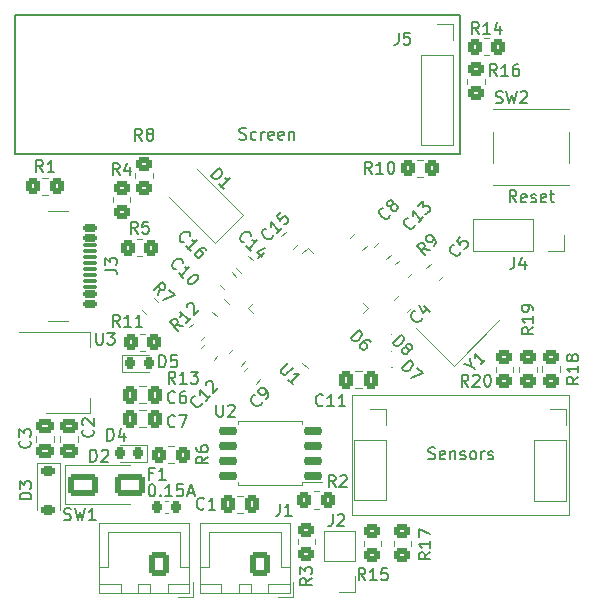
<source format=gbr>
%TF.GenerationSoftware,KiCad,Pcbnew,8.0.1*%
%TF.CreationDate,2024-04-17T00:31:54+12:00*%
%TF.ProjectId,50x50 2 Layer,35307835-3020-4322-904c-617965722e6b,B*%
%TF.SameCoordinates,Original*%
%TF.FileFunction,Legend,Top*%
%TF.FilePolarity,Positive*%
%FSLAX46Y46*%
G04 Gerber Fmt 4.6, Leading zero omitted, Abs format (unit mm)*
G04 Created by KiCad (PCBNEW 8.0.1) date 2024-04-17 00:31:54*
%MOMM*%
%LPD*%
G01*
G04 APERTURE LIST*
G04 Aperture macros list*
%AMRoundRect*
0 Rectangle with rounded corners*
0 $1 Rounding radius*
0 $2 $3 $4 $5 $6 $7 $8 $9 X,Y pos of 4 corners*
0 Add a 4 corners polygon primitive as box body*
4,1,4,$2,$3,$4,$5,$6,$7,$8,$9,$2,$3,0*
0 Add four circle primitives for the rounded corners*
1,1,$1+$1,$2,$3*
1,1,$1+$1,$4,$5*
1,1,$1+$1,$6,$7*
1,1,$1+$1,$8,$9*
0 Add four rect primitives between the rounded corners*
20,1,$1+$1,$2,$3,$4,$5,0*
20,1,$1+$1,$4,$5,$6,$7,0*
20,1,$1+$1,$6,$7,$8,$9,0*
20,1,$1+$1,$8,$9,$2,$3,0*%
%AMRotRect*
0 Rectangle, with rotation*
0 The origin of the aperture is its center*
0 $1 length*
0 $2 width*
0 $3 Rotation angle, in degrees counterclockwise*
0 Add horizontal line*
21,1,$1,$2,0,0,$3*%
G04 Aperture macros list end*
%ADD10C,0.150000*%
%ADD11C,0.155000*%
%ADD12C,0.120000*%
%ADD13C,0.100000*%
%ADD14C,0.050000*%
%ADD15RoundRect,0.250000X0.097227X-0.574524X0.574524X-0.097227X-0.097227X0.574524X-0.574524X0.097227X0*%
%ADD16RoundRect,0.250000X-0.450000X0.350000X-0.450000X-0.350000X0.450000X-0.350000X0.450000X0.350000X0*%
%ADD17RoundRect,0.250000X-0.097227X0.574524X-0.574524X0.097227X0.097227X-0.574524X0.574524X-0.097227X0*%
%ADD18RoundRect,0.250000X-0.337500X-0.475000X0.337500X-0.475000X0.337500X0.475000X-0.337500X0.475000X0*%
%ADD19RoundRect,0.050000X0.309359X-0.238649X-0.238649X0.309359X-0.309359X0.238649X0.238649X-0.309359X0*%
%ADD20RoundRect,0.050000X0.309359X0.238649X0.238649X0.309359X-0.309359X-0.238649X-0.238649X-0.309359X0*%
%ADD21RotRect,3.200000X3.200000X135.000000*%
%ADD22C,3.200000*%
%ADD23RoundRect,0.250000X1.166726X-0.247487X-0.247487X1.166726X-1.166726X0.247487X0.247487X-1.166726X0*%
%ADD24R,1.700000X1.700000*%
%ADD25O,1.700000X1.700000*%
%ADD26RoundRect,0.250000X0.450000X-0.350000X0.450000X0.350000X-0.450000X0.350000X-0.450000X-0.350000X0*%
%ADD27R,2.000000X1.500000*%
%ADD28R,2.000000X3.800000*%
%ADD29RoundRect,0.160000X0.270468X-0.044194X-0.044194X0.270468X-0.270468X0.044194X0.044194X-0.270468X0*%
%ADD30RoundRect,0.250000X-0.574524X-0.097227X-0.097227X-0.574524X0.574524X0.097227X0.097227X0.574524X0*%
%ADD31C,0.650000*%
%ADD32RoundRect,0.150000X-0.425000X0.150000X-0.425000X-0.150000X0.425000X-0.150000X0.425000X0.150000X0*%
%ADD33RoundRect,0.075000X-0.500000X0.075000X-0.500000X-0.075000X0.500000X-0.075000X0.500000X0.075000X0*%
%ADD34O,2.100000X1.000000*%
%ADD35O,1.800000X1.000000*%
%ADD36RoundRect,0.250000X-0.350000X-0.450000X0.350000X-0.450000X0.350000X0.450000X-0.350000X0.450000X0*%
%ADD37RoundRect,0.218750X-0.218750X-0.256250X0.218750X-0.256250X0.218750X0.256250X-0.218750X0.256250X0*%
%ADD38RoundRect,0.250000X0.565685X0.070711X0.070711X0.565685X-0.565685X-0.070711X-0.070711X-0.565685X0*%
%ADD39RoundRect,0.250000X0.574524X0.097227X0.097227X0.574524X-0.574524X-0.097227X-0.097227X-0.574524X0*%
%ADD40RoundRect,0.250000X0.350000X0.450000X-0.350000X0.450000X-0.350000X-0.450000X0.350000X-0.450000X0*%
%ADD41RoundRect,0.250000X0.070711X-0.565685X0.565685X-0.070711X-0.070711X0.565685X-0.565685X0.070711X0*%
%ADD42RoundRect,0.150000X0.650000X0.150000X-0.650000X0.150000X-0.650000X-0.150000X0.650000X-0.150000X0*%
%ADD43RoundRect,0.250000X0.600000X0.750000X-0.600000X0.750000X-0.600000X-0.750000X0.600000X-0.750000X0*%
%ADD44O,1.700000X2.000000*%
%ADD45RotRect,2.100000X1.800000X45.000000*%
%ADD46RoundRect,0.250000X-0.475000X0.337500X-0.475000X-0.337500X0.475000X-0.337500X0.475000X0.337500X0*%
%ADD47R,1.550000X1.300000*%
%ADD48RoundRect,0.250000X-1.000000X-0.650000X1.000000X-0.650000X1.000000X0.650000X-1.000000X0.650000X0*%
%ADD49RoundRect,0.218750X0.218750X0.256250X-0.218750X0.256250X-0.218750X-0.256250X0.218750X-0.256250X0*%
%ADD50RoundRect,0.250000X0.337500X0.475000X-0.337500X0.475000X-0.337500X-0.475000X0.337500X-0.475000X0*%
%ADD51RoundRect,0.225000X-0.375000X0.225000X-0.375000X-0.225000X0.375000X-0.225000X0.375000X0.225000X0*%
G04 APERTURE END LIST*
D10*
X78448000Y-37592000D02*
X116155000Y-37592000D01*
X116155000Y-49357000D01*
X78448000Y-49357000D01*
X78448000Y-37592000D01*
D11*
X97447449Y-48081940D02*
X97590306Y-48129559D01*
X97590306Y-48129559D02*
X97828401Y-48129559D01*
X97828401Y-48129559D02*
X97923639Y-48081940D01*
X97923639Y-48081940D02*
X97971258Y-48034320D01*
X97971258Y-48034320D02*
X98018877Y-47939082D01*
X98018877Y-47939082D02*
X98018877Y-47843844D01*
X98018877Y-47843844D02*
X97971258Y-47748606D01*
X97971258Y-47748606D02*
X97923639Y-47700987D01*
X97923639Y-47700987D02*
X97828401Y-47653368D01*
X97828401Y-47653368D02*
X97637925Y-47605749D01*
X97637925Y-47605749D02*
X97542687Y-47558130D01*
X97542687Y-47558130D02*
X97495068Y-47510511D01*
X97495068Y-47510511D02*
X97447449Y-47415273D01*
X97447449Y-47415273D02*
X97447449Y-47320035D01*
X97447449Y-47320035D02*
X97495068Y-47224797D01*
X97495068Y-47224797D02*
X97542687Y-47177178D01*
X97542687Y-47177178D02*
X97637925Y-47129559D01*
X97637925Y-47129559D02*
X97876020Y-47129559D01*
X97876020Y-47129559D02*
X98018877Y-47177178D01*
X98876020Y-48081940D02*
X98780782Y-48129559D01*
X98780782Y-48129559D02*
X98590306Y-48129559D01*
X98590306Y-48129559D02*
X98495068Y-48081940D01*
X98495068Y-48081940D02*
X98447449Y-48034320D01*
X98447449Y-48034320D02*
X98399830Y-47939082D01*
X98399830Y-47939082D02*
X98399830Y-47653368D01*
X98399830Y-47653368D02*
X98447449Y-47558130D01*
X98447449Y-47558130D02*
X98495068Y-47510511D01*
X98495068Y-47510511D02*
X98590306Y-47462892D01*
X98590306Y-47462892D02*
X98780782Y-47462892D01*
X98780782Y-47462892D02*
X98876020Y-47510511D01*
X99304592Y-48129559D02*
X99304592Y-47462892D01*
X99304592Y-47653368D02*
X99352211Y-47558130D01*
X99352211Y-47558130D02*
X99399830Y-47510511D01*
X99399830Y-47510511D02*
X99495068Y-47462892D01*
X99495068Y-47462892D02*
X99590306Y-47462892D01*
X100304592Y-48081940D02*
X100209354Y-48129559D01*
X100209354Y-48129559D02*
X100018878Y-48129559D01*
X100018878Y-48129559D02*
X99923640Y-48081940D01*
X99923640Y-48081940D02*
X99876021Y-47986701D01*
X99876021Y-47986701D02*
X99876021Y-47605749D01*
X99876021Y-47605749D02*
X99923640Y-47510511D01*
X99923640Y-47510511D02*
X100018878Y-47462892D01*
X100018878Y-47462892D02*
X100209354Y-47462892D01*
X100209354Y-47462892D02*
X100304592Y-47510511D01*
X100304592Y-47510511D02*
X100352211Y-47605749D01*
X100352211Y-47605749D02*
X100352211Y-47700987D01*
X100352211Y-47700987D02*
X99876021Y-47796225D01*
X101161735Y-48081940D02*
X101066497Y-48129559D01*
X101066497Y-48129559D02*
X100876021Y-48129559D01*
X100876021Y-48129559D02*
X100780783Y-48081940D01*
X100780783Y-48081940D02*
X100733164Y-47986701D01*
X100733164Y-47986701D02*
X100733164Y-47605749D01*
X100733164Y-47605749D02*
X100780783Y-47510511D01*
X100780783Y-47510511D02*
X100876021Y-47462892D01*
X100876021Y-47462892D02*
X101066497Y-47462892D01*
X101066497Y-47462892D02*
X101161735Y-47510511D01*
X101161735Y-47510511D02*
X101209354Y-47605749D01*
X101209354Y-47605749D02*
X101209354Y-47700987D01*
X101209354Y-47700987D02*
X100733164Y-47796225D01*
X101637926Y-47462892D02*
X101637926Y-48129559D01*
X101637926Y-47558130D02*
X101685545Y-47510511D01*
X101685545Y-47510511D02*
X101780783Y-47462892D01*
X101780783Y-47462892D02*
X101923640Y-47462892D01*
X101923640Y-47462892D02*
X102018878Y-47510511D01*
X102018878Y-47510511D02*
X102066497Y-47605749D01*
X102066497Y-47605749D02*
X102066497Y-48129559D01*
X113449449Y-75132940D02*
X113592306Y-75180559D01*
X113592306Y-75180559D02*
X113830401Y-75180559D01*
X113830401Y-75180559D02*
X113925639Y-75132940D01*
X113925639Y-75132940D02*
X113973258Y-75085320D01*
X113973258Y-75085320D02*
X114020877Y-74990082D01*
X114020877Y-74990082D02*
X114020877Y-74894844D01*
X114020877Y-74894844D02*
X113973258Y-74799606D01*
X113973258Y-74799606D02*
X113925639Y-74751987D01*
X113925639Y-74751987D02*
X113830401Y-74704368D01*
X113830401Y-74704368D02*
X113639925Y-74656749D01*
X113639925Y-74656749D02*
X113544687Y-74609130D01*
X113544687Y-74609130D02*
X113497068Y-74561511D01*
X113497068Y-74561511D02*
X113449449Y-74466273D01*
X113449449Y-74466273D02*
X113449449Y-74371035D01*
X113449449Y-74371035D02*
X113497068Y-74275797D01*
X113497068Y-74275797D02*
X113544687Y-74228178D01*
X113544687Y-74228178D02*
X113639925Y-74180559D01*
X113639925Y-74180559D02*
X113878020Y-74180559D01*
X113878020Y-74180559D02*
X114020877Y-74228178D01*
X114830401Y-75132940D02*
X114735163Y-75180559D01*
X114735163Y-75180559D02*
X114544687Y-75180559D01*
X114544687Y-75180559D02*
X114449449Y-75132940D01*
X114449449Y-75132940D02*
X114401830Y-75037701D01*
X114401830Y-75037701D02*
X114401830Y-74656749D01*
X114401830Y-74656749D02*
X114449449Y-74561511D01*
X114449449Y-74561511D02*
X114544687Y-74513892D01*
X114544687Y-74513892D02*
X114735163Y-74513892D01*
X114735163Y-74513892D02*
X114830401Y-74561511D01*
X114830401Y-74561511D02*
X114878020Y-74656749D01*
X114878020Y-74656749D02*
X114878020Y-74751987D01*
X114878020Y-74751987D02*
X114401830Y-74847225D01*
X115306592Y-74513892D02*
X115306592Y-75180559D01*
X115306592Y-74609130D02*
X115354211Y-74561511D01*
X115354211Y-74561511D02*
X115449449Y-74513892D01*
X115449449Y-74513892D02*
X115592306Y-74513892D01*
X115592306Y-74513892D02*
X115687544Y-74561511D01*
X115687544Y-74561511D02*
X115735163Y-74656749D01*
X115735163Y-74656749D02*
X115735163Y-75180559D01*
X116163735Y-75132940D02*
X116258973Y-75180559D01*
X116258973Y-75180559D02*
X116449449Y-75180559D01*
X116449449Y-75180559D02*
X116544687Y-75132940D01*
X116544687Y-75132940D02*
X116592306Y-75037701D01*
X116592306Y-75037701D02*
X116592306Y-74990082D01*
X116592306Y-74990082D02*
X116544687Y-74894844D01*
X116544687Y-74894844D02*
X116449449Y-74847225D01*
X116449449Y-74847225D02*
X116306592Y-74847225D01*
X116306592Y-74847225D02*
X116211354Y-74799606D01*
X116211354Y-74799606D02*
X116163735Y-74704368D01*
X116163735Y-74704368D02*
X116163735Y-74656749D01*
X116163735Y-74656749D02*
X116211354Y-74561511D01*
X116211354Y-74561511D02*
X116306592Y-74513892D01*
X116306592Y-74513892D02*
X116449449Y-74513892D01*
X116449449Y-74513892D02*
X116544687Y-74561511D01*
X117163735Y-75180559D02*
X117068497Y-75132940D01*
X117068497Y-75132940D02*
X117020878Y-75085320D01*
X117020878Y-75085320D02*
X116973259Y-74990082D01*
X116973259Y-74990082D02*
X116973259Y-74704368D01*
X116973259Y-74704368D02*
X117020878Y-74609130D01*
X117020878Y-74609130D02*
X117068497Y-74561511D01*
X117068497Y-74561511D02*
X117163735Y-74513892D01*
X117163735Y-74513892D02*
X117306592Y-74513892D01*
X117306592Y-74513892D02*
X117401830Y-74561511D01*
X117401830Y-74561511D02*
X117449449Y-74609130D01*
X117449449Y-74609130D02*
X117497068Y-74704368D01*
X117497068Y-74704368D02*
X117497068Y-74990082D01*
X117497068Y-74990082D02*
X117449449Y-75085320D01*
X117449449Y-75085320D02*
X117401830Y-75132940D01*
X117401830Y-75132940D02*
X117306592Y-75180559D01*
X117306592Y-75180559D02*
X117163735Y-75180559D01*
X117925640Y-75180559D02*
X117925640Y-74513892D01*
X117925640Y-74704368D02*
X117973259Y-74609130D01*
X117973259Y-74609130D02*
X118020878Y-74561511D01*
X118020878Y-74561511D02*
X118116116Y-74513892D01*
X118116116Y-74513892D02*
X118211354Y-74513892D01*
X118497069Y-75132940D02*
X118592307Y-75180559D01*
X118592307Y-75180559D02*
X118782783Y-75180559D01*
X118782783Y-75180559D02*
X118878021Y-75132940D01*
X118878021Y-75132940D02*
X118925640Y-75037701D01*
X118925640Y-75037701D02*
X118925640Y-74990082D01*
X118925640Y-74990082D02*
X118878021Y-74894844D01*
X118878021Y-74894844D02*
X118782783Y-74847225D01*
X118782783Y-74847225D02*
X118639926Y-74847225D01*
X118639926Y-74847225D02*
X118544688Y-74799606D01*
X118544688Y-74799606D02*
X118497069Y-74704368D01*
X118497069Y-74704368D02*
X118497069Y-74656749D01*
X118497069Y-74656749D02*
X118544688Y-74561511D01*
X118544688Y-74561511D02*
X118639926Y-74513892D01*
X118639926Y-74513892D02*
X118782783Y-74513892D01*
X118782783Y-74513892D02*
X118878021Y-74561511D01*
X112283509Y-55318646D02*
X112283509Y-55385990D01*
X112283509Y-55385990D02*
X112216166Y-55520677D01*
X112216166Y-55520677D02*
X112148822Y-55588020D01*
X112148822Y-55588020D02*
X112014135Y-55655364D01*
X112014135Y-55655364D02*
X111879448Y-55655364D01*
X111879448Y-55655364D02*
X111778433Y-55621692D01*
X111778433Y-55621692D02*
X111610074Y-55520677D01*
X111610074Y-55520677D02*
X111509059Y-55419662D01*
X111509059Y-55419662D02*
X111408044Y-55251303D01*
X111408044Y-55251303D02*
X111374372Y-55150288D01*
X111374372Y-55150288D02*
X111374372Y-55015601D01*
X111374372Y-55015601D02*
X111441715Y-54880914D01*
X111441715Y-54880914D02*
X111509059Y-54813570D01*
X111509059Y-54813570D02*
X111643746Y-54746227D01*
X111643746Y-54746227D02*
X111711089Y-54746227D01*
X113024288Y-54712555D02*
X112620227Y-55116616D01*
X112822257Y-54914585D02*
X112115150Y-54207479D01*
X112115150Y-54207479D02*
X112148822Y-54375837D01*
X112148822Y-54375837D02*
X112148822Y-54510524D01*
X112148822Y-54510524D02*
X112115150Y-54611540D01*
X112552883Y-53769746D02*
X112990616Y-53332013D01*
X112990616Y-53332013D02*
X113024288Y-53837089D01*
X113024288Y-53837089D02*
X113125303Y-53736074D01*
X113125303Y-53736074D02*
X113226318Y-53702402D01*
X113226318Y-53702402D02*
X113293662Y-53702402D01*
X113293662Y-53702402D02*
X113394677Y-53736074D01*
X113394677Y-53736074D02*
X113563036Y-53904433D01*
X113563036Y-53904433D02*
X113596707Y-54005448D01*
X113596707Y-54005448D02*
X113596707Y-54072792D01*
X113596707Y-54072792D02*
X113563036Y-54173807D01*
X113563036Y-54173807D02*
X113361005Y-54375837D01*
X113361005Y-54375837D02*
X113259990Y-54409509D01*
X113259990Y-54409509D02*
X113192646Y-54409509D01*
X113611559Y-83065857D02*
X113135368Y-83399190D01*
X113611559Y-83637285D02*
X112611559Y-83637285D01*
X112611559Y-83637285D02*
X112611559Y-83256333D01*
X112611559Y-83256333D02*
X112659178Y-83161095D01*
X112659178Y-83161095D02*
X112706797Y-83113476D01*
X112706797Y-83113476D02*
X112802035Y-83065857D01*
X112802035Y-83065857D02*
X112944892Y-83065857D01*
X112944892Y-83065857D02*
X113040130Y-83113476D01*
X113040130Y-83113476D02*
X113087749Y-83161095D01*
X113087749Y-83161095D02*
X113135368Y-83256333D01*
X113135368Y-83256333D02*
X113135368Y-83637285D01*
X113611559Y-82113476D02*
X113611559Y-82684904D01*
X113611559Y-82399190D02*
X112611559Y-82399190D01*
X112611559Y-82399190D02*
X112754416Y-82494428D01*
X112754416Y-82494428D02*
X112849654Y-82589666D01*
X112849654Y-82589666D02*
X112897273Y-82684904D01*
X112611559Y-81780142D02*
X112611559Y-81113476D01*
X112611559Y-81113476D02*
X113611559Y-81542047D01*
X94249509Y-70431646D02*
X94249509Y-70498990D01*
X94249509Y-70498990D02*
X94182166Y-70633677D01*
X94182166Y-70633677D02*
X94114822Y-70701020D01*
X94114822Y-70701020D02*
X93980135Y-70768364D01*
X93980135Y-70768364D02*
X93845448Y-70768364D01*
X93845448Y-70768364D02*
X93744433Y-70734692D01*
X93744433Y-70734692D02*
X93576074Y-70633677D01*
X93576074Y-70633677D02*
X93475059Y-70532662D01*
X93475059Y-70532662D02*
X93374044Y-70364303D01*
X93374044Y-70364303D02*
X93340372Y-70263288D01*
X93340372Y-70263288D02*
X93340372Y-70128601D01*
X93340372Y-70128601D02*
X93407715Y-69993914D01*
X93407715Y-69993914D02*
X93475059Y-69926570D01*
X93475059Y-69926570D02*
X93609746Y-69859227D01*
X93609746Y-69859227D02*
X93677089Y-69859227D01*
X94990288Y-69825555D02*
X94586227Y-70229616D01*
X94788257Y-70027585D02*
X94081150Y-69320479D01*
X94081150Y-69320479D02*
X94114822Y-69488837D01*
X94114822Y-69488837D02*
X94114822Y-69623524D01*
X94114822Y-69623524D02*
X94081150Y-69724540D01*
X94619898Y-68916418D02*
X94619898Y-68849074D01*
X94619898Y-68849074D02*
X94653570Y-68748059D01*
X94653570Y-68748059D02*
X94821929Y-68579700D01*
X94821929Y-68579700D02*
X94922944Y-68546028D01*
X94922944Y-68546028D02*
X94990288Y-68546028D01*
X94990288Y-68546028D02*
X95091303Y-68579700D01*
X95091303Y-68579700D02*
X95158646Y-68647044D01*
X95158646Y-68647044D02*
X95225990Y-68781731D01*
X95225990Y-68781731D02*
X95225990Y-69589853D01*
X95225990Y-69589853D02*
X95663723Y-69152120D01*
X91997333Y-70336320D02*
X91949714Y-70383940D01*
X91949714Y-70383940D02*
X91806857Y-70431559D01*
X91806857Y-70431559D02*
X91711619Y-70431559D01*
X91711619Y-70431559D02*
X91568762Y-70383940D01*
X91568762Y-70383940D02*
X91473524Y-70288701D01*
X91473524Y-70288701D02*
X91425905Y-70193463D01*
X91425905Y-70193463D02*
X91378286Y-70002987D01*
X91378286Y-70002987D02*
X91378286Y-69860130D01*
X91378286Y-69860130D02*
X91425905Y-69669654D01*
X91425905Y-69669654D02*
X91473524Y-69574416D01*
X91473524Y-69574416D02*
X91568762Y-69479178D01*
X91568762Y-69479178D02*
X91711619Y-69431559D01*
X91711619Y-69431559D02*
X91806857Y-69431559D01*
X91806857Y-69431559D02*
X91949714Y-69479178D01*
X91949714Y-69479178D02*
X91997333Y-69526797D01*
X92854476Y-69431559D02*
X92664000Y-69431559D01*
X92664000Y-69431559D02*
X92568762Y-69479178D01*
X92568762Y-69479178D02*
X92521143Y-69526797D01*
X92521143Y-69526797D02*
X92425905Y-69669654D01*
X92425905Y-69669654D02*
X92378286Y-69860130D01*
X92378286Y-69860130D02*
X92378286Y-70241082D01*
X92378286Y-70241082D02*
X92425905Y-70336320D01*
X92425905Y-70336320D02*
X92473524Y-70383940D01*
X92473524Y-70383940D02*
X92568762Y-70431559D01*
X92568762Y-70431559D02*
X92759238Y-70431559D01*
X92759238Y-70431559D02*
X92854476Y-70383940D01*
X92854476Y-70383940D02*
X92902095Y-70336320D01*
X92902095Y-70336320D02*
X92949714Y-70241082D01*
X92949714Y-70241082D02*
X92949714Y-70002987D01*
X92949714Y-70002987D02*
X92902095Y-69907749D01*
X92902095Y-69907749D02*
X92854476Y-69860130D01*
X92854476Y-69860130D02*
X92759238Y-69812511D01*
X92759238Y-69812511D02*
X92568762Y-69812511D01*
X92568762Y-69812511D02*
X92473524Y-69860130D01*
X92473524Y-69860130D02*
X92425905Y-69907749D01*
X92425905Y-69907749D02*
X92378286Y-70002987D01*
X101573936Y-67020566D02*
X101001517Y-67592986D01*
X101001517Y-67592986D02*
X100967845Y-67694002D01*
X100967845Y-67694002D02*
X100967845Y-67761345D01*
X100967845Y-67761345D02*
X101001517Y-67862360D01*
X101001517Y-67862360D02*
X101136204Y-67997047D01*
X101136204Y-67997047D02*
X101237219Y-68030719D01*
X101237219Y-68030719D02*
X101304562Y-68030719D01*
X101304562Y-68030719D02*
X101405578Y-67997047D01*
X101405578Y-67997047D02*
X101977997Y-67424627D01*
X101977997Y-68838841D02*
X101573936Y-68434780D01*
X101775967Y-68636811D02*
X102483074Y-67929704D01*
X102483074Y-67929704D02*
X102314715Y-67963375D01*
X102314715Y-67963375D02*
X102180028Y-67963375D01*
X102180028Y-67963375D02*
X102079013Y-67929704D01*
X95041666Y-51234509D02*
X95748773Y-50527403D01*
X95748773Y-50527403D02*
X95917131Y-50695761D01*
X95917131Y-50695761D02*
X95984475Y-50830448D01*
X95984475Y-50830448D02*
X95984475Y-50965135D01*
X95984475Y-50965135D02*
X95950803Y-51066151D01*
X95950803Y-51066151D02*
X95849788Y-51234509D01*
X95849788Y-51234509D02*
X95748773Y-51335525D01*
X95748773Y-51335525D02*
X95580414Y-51436540D01*
X95580414Y-51436540D02*
X95479399Y-51470212D01*
X95479399Y-51470212D02*
X95344712Y-51470212D01*
X95344712Y-51470212D02*
X95210025Y-51402868D01*
X95210025Y-51402868D02*
X95041666Y-51234509D01*
X96119162Y-52312006D02*
X95715101Y-51907945D01*
X95917131Y-52109975D02*
X96624238Y-51402868D01*
X96624238Y-51402868D02*
X96455879Y-51436540D01*
X96455879Y-51436540D02*
X96321192Y-51436540D01*
X96321192Y-51436540D02*
X96220177Y-51402868D01*
X105330666Y-79845559D02*
X105330666Y-80559844D01*
X105330666Y-80559844D02*
X105283047Y-80702701D01*
X105283047Y-80702701D02*
X105187809Y-80797940D01*
X105187809Y-80797940D02*
X105044952Y-80845559D01*
X105044952Y-80845559D02*
X104949714Y-80845559D01*
X105759238Y-79940797D02*
X105806857Y-79893178D01*
X105806857Y-79893178D02*
X105902095Y-79845559D01*
X105902095Y-79845559D02*
X106140190Y-79845559D01*
X106140190Y-79845559D02*
X106235428Y-79893178D01*
X106235428Y-79893178D02*
X106283047Y-79940797D01*
X106283047Y-79940797D02*
X106330666Y-80036035D01*
X106330666Y-80036035D02*
X106330666Y-80131273D01*
X106330666Y-80131273D02*
X106283047Y-80274130D01*
X106283047Y-80274130D02*
X105711619Y-80845559D01*
X105711619Y-80845559D02*
X106330666Y-80845559D01*
X104513142Y-70590320D02*
X104465523Y-70637940D01*
X104465523Y-70637940D02*
X104322666Y-70685559D01*
X104322666Y-70685559D02*
X104227428Y-70685559D01*
X104227428Y-70685559D02*
X104084571Y-70637940D01*
X104084571Y-70637940D02*
X103989333Y-70542701D01*
X103989333Y-70542701D02*
X103941714Y-70447463D01*
X103941714Y-70447463D02*
X103894095Y-70256987D01*
X103894095Y-70256987D02*
X103894095Y-70114130D01*
X103894095Y-70114130D02*
X103941714Y-69923654D01*
X103941714Y-69923654D02*
X103989333Y-69828416D01*
X103989333Y-69828416D02*
X104084571Y-69733178D01*
X104084571Y-69733178D02*
X104227428Y-69685559D01*
X104227428Y-69685559D02*
X104322666Y-69685559D01*
X104322666Y-69685559D02*
X104465523Y-69733178D01*
X104465523Y-69733178D02*
X104513142Y-69780797D01*
X105465523Y-70685559D02*
X104894095Y-70685559D01*
X105179809Y-70685559D02*
X105179809Y-69685559D01*
X105179809Y-69685559D02*
X105084571Y-69828416D01*
X105084571Y-69828416D02*
X104989333Y-69923654D01*
X104989333Y-69923654D02*
X104894095Y-69971273D01*
X106417904Y-70685559D02*
X105846476Y-70685559D01*
X106132190Y-70685559D02*
X106132190Y-69685559D01*
X106132190Y-69685559D02*
X106036952Y-69828416D01*
X106036952Y-69828416D02*
X105941714Y-69923654D01*
X105941714Y-69923654D02*
X105846476Y-69971273D01*
X89203333Y-48206559D02*
X88870000Y-47730368D01*
X88631905Y-48206559D02*
X88631905Y-47206559D01*
X88631905Y-47206559D02*
X89012857Y-47206559D01*
X89012857Y-47206559D02*
X89108095Y-47254178D01*
X89108095Y-47254178D02*
X89155714Y-47301797D01*
X89155714Y-47301797D02*
X89203333Y-47397035D01*
X89203333Y-47397035D02*
X89203333Y-47539892D01*
X89203333Y-47539892D02*
X89155714Y-47635130D01*
X89155714Y-47635130D02*
X89108095Y-47682749D01*
X89108095Y-47682749D02*
X89012857Y-47730368D01*
X89012857Y-47730368D02*
X88631905Y-47730368D01*
X89774762Y-47635130D02*
X89679524Y-47587511D01*
X89679524Y-47587511D02*
X89631905Y-47539892D01*
X89631905Y-47539892D02*
X89584286Y-47444654D01*
X89584286Y-47444654D02*
X89584286Y-47397035D01*
X89584286Y-47397035D02*
X89631905Y-47301797D01*
X89631905Y-47301797D02*
X89679524Y-47254178D01*
X89679524Y-47254178D02*
X89774762Y-47206559D01*
X89774762Y-47206559D02*
X89965238Y-47206559D01*
X89965238Y-47206559D02*
X90060476Y-47254178D01*
X90060476Y-47254178D02*
X90108095Y-47301797D01*
X90108095Y-47301797D02*
X90155714Y-47397035D01*
X90155714Y-47397035D02*
X90155714Y-47444654D01*
X90155714Y-47444654D02*
X90108095Y-47539892D01*
X90108095Y-47539892D02*
X90060476Y-47587511D01*
X90060476Y-47587511D02*
X89965238Y-47635130D01*
X89965238Y-47635130D02*
X89774762Y-47635130D01*
X89774762Y-47635130D02*
X89679524Y-47682749D01*
X89679524Y-47682749D02*
X89631905Y-47730368D01*
X89631905Y-47730368D02*
X89584286Y-47825606D01*
X89584286Y-47825606D02*
X89584286Y-48016082D01*
X89584286Y-48016082D02*
X89631905Y-48111320D01*
X89631905Y-48111320D02*
X89679524Y-48158940D01*
X89679524Y-48158940D02*
X89774762Y-48206559D01*
X89774762Y-48206559D02*
X89965238Y-48206559D01*
X89965238Y-48206559D02*
X90060476Y-48158940D01*
X90060476Y-48158940D02*
X90108095Y-48111320D01*
X90108095Y-48111320D02*
X90155714Y-48016082D01*
X90155714Y-48016082D02*
X90155714Y-47825606D01*
X90155714Y-47825606D02*
X90108095Y-47730368D01*
X90108095Y-47730368D02*
X90060476Y-47682749D01*
X90060476Y-47682749D02*
X89965238Y-47635130D01*
X85306095Y-64478559D02*
X85306095Y-65288082D01*
X85306095Y-65288082D02*
X85353714Y-65383320D01*
X85353714Y-65383320D02*
X85401333Y-65430940D01*
X85401333Y-65430940D02*
X85496571Y-65478559D01*
X85496571Y-65478559D02*
X85687047Y-65478559D01*
X85687047Y-65478559D02*
X85782285Y-65430940D01*
X85782285Y-65430940D02*
X85829904Y-65383320D01*
X85829904Y-65383320D02*
X85877523Y-65288082D01*
X85877523Y-65288082D02*
X85877523Y-64478559D01*
X86258476Y-64478559D02*
X86877523Y-64478559D01*
X86877523Y-64478559D02*
X86544190Y-64859511D01*
X86544190Y-64859511D02*
X86687047Y-64859511D01*
X86687047Y-64859511D02*
X86782285Y-64907130D01*
X86782285Y-64907130D02*
X86829904Y-64954749D01*
X86829904Y-64954749D02*
X86877523Y-65049987D01*
X86877523Y-65049987D02*
X86877523Y-65288082D01*
X86877523Y-65288082D02*
X86829904Y-65383320D01*
X86829904Y-65383320D02*
X86782285Y-65430940D01*
X86782285Y-65430940D02*
X86687047Y-65478559D01*
X86687047Y-65478559D02*
X86401333Y-65478559D01*
X86401333Y-65478559D02*
X86306095Y-65430940D01*
X86306095Y-65430940D02*
X86258476Y-65383320D01*
X110408666Y-65331509D02*
X111115773Y-64624403D01*
X111115773Y-64624403D02*
X111284131Y-64792761D01*
X111284131Y-64792761D02*
X111351475Y-64927448D01*
X111351475Y-64927448D02*
X111351475Y-65062135D01*
X111351475Y-65062135D02*
X111317803Y-65163151D01*
X111317803Y-65163151D02*
X111216788Y-65331509D01*
X111216788Y-65331509D02*
X111115773Y-65432525D01*
X111115773Y-65432525D02*
X110947414Y-65533540D01*
X110947414Y-65533540D02*
X110846399Y-65567212D01*
X110846399Y-65567212D02*
X110711712Y-65567212D01*
X110711712Y-65567212D02*
X110577025Y-65499868D01*
X110577025Y-65499868D02*
X110408666Y-65331509D01*
X111620849Y-65735570D02*
X111587177Y-65634555D01*
X111587177Y-65634555D02*
X111587177Y-65567212D01*
X111587177Y-65567212D02*
X111620849Y-65466196D01*
X111620849Y-65466196D02*
X111654521Y-65432525D01*
X111654521Y-65432525D02*
X111755536Y-65398853D01*
X111755536Y-65398853D02*
X111822879Y-65398853D01*
X111822879Y-65398853D02*
X111923895Y-65432525D01*
X111923895Y-65432525D02*
X112058582Y-65567212D01*
X112058582Y-65567212D02*
X112092253Y-65668227D01*
X112092253Y-65668227D02*
X112092253Y-65735570D01*
X112092253Y-65735570D02*
X112058582Y-65836586D01*
X112058582Y-65836586D02*
X112024910Y-65870257D01*
X112024910Y-65870257D02*
X111923895Y-65903929D01*
X111923895Y-65903929D02*
X111856551Y-65903929D01*
X111856551Y-65903929D02*
X111755536Y-65870257D01*
X111755536Y-65870257D02*
X111620849Y-65735570D01*
X111620849Y-65735570D02*
X111519834Y-65701899D01*
X111519834Y-65701899D02*
X111452490Y-65701899D01*
X111452490Y-65701899D02*
X111351475Y-65735570D01*
X111351475Y-65735570D02*
X111216788Y-65870257D01*
X111216788Y-65870257D02*
X111183116Y-65971273D01*
X111183116Y-65971273D02*
X111183116Y-66038616D01*
X111183116Y-66038616D02*
X111216788Y-66139632D01*
X111216788Y-66139632D02*
X111351475Y-66274319D01*
X111351475Y-66274319D02*
X111452490Y-66307990D01*
X111452490Y-66307990D02*
X111519834Y-66307990D01*
X111519834Y-66307990D02*
X111620849Y-66274319D01*
X111620849Y-66274319D02*
X111755536Y-66139632D01*
X111755536Y-66139632D02*
X111789208Y-66038616D01*
X111789208Y-66038616D02*
X111789208Y-65971273D01*
X111789208Y-65971273D02*
X111755536Y-65870257D01*
X111170666Y-67490509D02*
X111877773Y-66783403D01*
X111877773Y-66783403D02*
X112046131Y-66951761D01*
X112046131Y-66951761D02*
X112113475Y-67086448D01*
X112113475Y-67086448D02*
X112113475Y-67221135D01*
X112113475Y-67221135D02*
X112079803Y-67322151D01*
X112079803Y-67322151D02*
X111978788Y-67490509D01*
X111978788Y-67490509D02*
X111877773Y-67591525D01*
X111877773Y-67591525D02*
X111709414Y-67692540D01*
X111709414Y-67692540D02*
X111608399Y-67726212D01*
X111608399Y-67726212D02*
X111473712Y-67726212D01*
X111473712Y-67726212D02*
X111339025Y-67658868D01*
X111339025Y-67658868D02*
X111170666Y-67490509D01*
X112517536Y-67423166D02*
X112988940Y-67894570D01*
X112988940Y-67894570D02*
X111978788Y-68298632D01*
X92090353Y-59108509D02*
X92023009Y-59108509D01*
X92023009Y-59108509D02*
X91888322Y-59041166D01*
X91888322Y-59041166D02*
X91820979Y-58973822D01*
X91820979Y-58973822D02*
X91753635Y-58839135D01*
X91753635Y-58839135D02*
X91753635Y-58704448D01*
X91753635Y-58704448D02*
X91787307Y-58603433D01*
X91787307Y-58603433D02*
X91888322Y-58435074D01*
X91888322Y-58435074D02*
X91989337Y-58334059D01*
X91989337Y-58334059D02*
X92157696Y-58233044D01*
X92157696Y-58233044D02*
X92258711Y-58199372D01*
X92258711Y-58199372D02*
X92393398Y-58199372D01*
X92393398Y-58199372D02*
X92528085Y-58266715D01*
X92528085Y-58266715D02*
X92595429Y-58334059D01*
X92595429Y-58334059D02*
X92662772Y-58468746D01*
X92662772Y-58468746D02*
X92662772Y-58536089D01*
X92696444Y-59849288D02*
X92292383Y-59445227D01*
X92494414Y-59647257D02*
X93201520Y-58940150D01*
X93201520Y-58940150D02*
X93033162Y-58973822D01*
X93033162Y-58973822D02*
X92898475Y-58973822D01*
X92898475Y-58973822D02*
X92797459Y-58940150D01*
X93841284Y-59579914D02*
X93908627Y-59647257D01*
X93908627Y-59647257D02*
X93942299Y-59748272D01*
X93942299Y-59748272D02*
X93942299Y-59815616D01*
X93942299Y-59815616D02*
X93908627Y-59916631D01*
X93908627Y-59916631D02*
X93807612Y-60084990D01*
X93807612Y-60084990D02*
X93639253Y-60253349D01*
X93639253Y-60253349D02*
X93470894Y-60354364D01*
X93470894Y-60354364D02*
X93369879Y-60388036D01*
X93369879Y-60388036D02*
X93302536Y-60388036D01*
X93302536Y-60388036D02*
X93201520Y-60354364D01*
X93201520Y-60354364D02*
X93134177Y-60287020D01*
X93134177Y-60287020D02*
X93100505Y-60186005D01*
X93100505Y-60186005D02*
X93100505Y-60118662D01*
X93100505Y-60118662D02*
X93134177Y-60017646D01*
X93134177Y-60017646D02*
X93235192Y-59849288D01*
X93235192Y-59849288D02*
X93403551Y-59680929D01*
X93403551Y-59680929D02*
X93571910Y-59579914D01*
X93571910Y-59579914D02*
X93672925Y-59546242D01*
X93672925Y-59546242D02*
X93740268Y-59546242D01*
X93740268Y-59546242D02*
X93841284Y-59579914D01*
X122336559Y-64015857D02*
X121860368Y-64349190D01*
X122336559Y-64587285D02*
X121336559Y-64587285D01*
X121336559Y-64587285D02*
X121336559Y-64206333D01*
X121336559Y-64206333D02*
X121384178Y-64111095D01*
X121384178Y-64111095D02*
X121431797Y-64063476D01*
X121431797Y-64063476D02*
X121527035Y-64015857D01*
X121527035Y-64015857D02*
X121669892Y-64015857D01*
X121669892Y-64015857D02*
X121765130Y-64063476D01*
X121765130Y-64063476D02*
X121812749Y-64111095D01*
X121812749Y-64111095D02*
X121860368Y-64206333D01*
X121860368Y-64206333D02*
X121860368Y-64587285D01*
X122336559Y-63063476D02*
X122336559Y-63634904D01*
X122336559Y-63349190D02*
X121336559Y-63349190D01*
X121336559Y-63349190D02*
X121479416Y-63444428D01*
X121479416Y-63444428D02*
X121574654Y-63539666D01*
X121574654Y-63539666D02*
X121622273Y-63634904D01*
X122336559Y-62587285D02*
X122336559Y-62396809D01*
X122336559Y-62396809D02*
X122288940Y-62301571D01*
X122288940Y-62301571D02*
X122241320Y-62253952D01*
X122241320Y-62253952D02*
X122098463Y-62158714D01*
X122098463Y-62158714D02*
X121907987Y-62111095D01*
X121907987Y-62111095D02*
X121527035Y-62111095D01*
X121527035Y-62111095D02*
X121431797Y-62158714D01*
X121431797Y-62158714D02*
X121384178Y-62206333D01*
X121384178Y-62206333D02*
X121336559Y-62301571D01*
X121336559Y-62301571D02*
X121336559Y-62492047D01*
X121336559Y-62492047D02*
X121384178Y-62587285D01*
X121384178Y-62587285D02*
X121431797Y-62634904D01*
X121431797Y-62634904D02*
X121527035Y-62682523D01*
X121527035Y-62682523D02*
X121765130Y-62682523D01*
X121765130Y-62682523D02*
X121860368Y-62634904D01*
X121860368Y-62634904D02*
X121907987Y-62587285D01*
X121907987Y-62587285D02*
X121955606Y-62492047D01*
X121955606Y-62492047D02*
X121955606Y-62301571D01*
X121955606Y-62301571D02*
X121907987Y-62206333D01*
X121907987Y-62206333D02*
X121860368Y-62158714D01*
X121860368Y-62158714D02*
X121765130Y-62111095D01*
X99323226Y-70348929D02*
X99323226Y-70416272D01*
X99323226Y-70416272D02*
X99255882Y-70550959D01*
X99255882Y-70550959D02*
X99188539Y-70618303D01*
X99188539Y-70618303D02*
X99053852Y-70685646D01*
X99053852Y-70685646D02*
X98919165Y-70685646D01*
X98919165Y-70685646D02*
X98818150Y-70651974D01*
X98818150Y-70651974D02*
X98649791Y-70550959D01*
X98649791Y-70550959D02*
X98548776Y-70449944D01*
X98548776Y-70449944D02*
X98447760Y-70281585D01*
X98447760Y-70281585D02*
X98414089Y-70180570D01*
X98414089Y-70180570D02*
X98414089Y-70045883D01*
X98414089Y-70045883D02*
X98481432Y-69911196D01*
X98481432Y-69911196D02*
X98548776Y-69843852D01*
X98548776Y-69843852D02*
X98683463Y-69776509D01*
X98683463Y-69776509D02*
X98750806Y-69776509D01*
X99727287Y-70079555D02*
X99861974Y-69944868D01*
X99861974Y-69944868D02*
X99895646Y-69843852D01*
X99895646Y-69843852D02*
X99895646Y-69776509D01*
X99895646Y-69776509D02*
X99861974Y-69608150D01*
X99861974Y-69608150D02*
X99760959Y-69439791D01*
X99760959Y-69439791D02*
X99491585Y-69170417D01*
X99491585Y-69170417D02*
X99390569Y-69136746D01*
X99390569Y-69136746D02*
X99323226Y-69136746D01*
X99323226Y-69136746D02*
X99222211Y-69170417D01*
X99222211Y-69170417D02*
X99087524Y-69305104D01*
X99087524Y-69305104D02*
X99053852Y-69406120D01*
X99053852Y-69406120D02*
X99053852Y-69473463D01*
X99053852Y-69473463D02*
X99087524Y-69574478D01*
X99087524Y-69574478D02*
X99255882Y-69742837D01*
X99255882Y-69742837D02*
X99356898Y-69776509D01*
X99356898Y-69776509D02*
X99424241Y-69776509D01*
X99424241Y-69776509D02*
X99525256Y-69742837D01*
X99525256Y-69742837D02*
X99659944Y-69608150D01*
X99659944Y-69608150D02*
X99693615Y-69507135D01*
X99693615Y-69507135D02*
X99693615Y-69439791D01*
X99693615Y-69439791D02*
X99659944Y-69338776D01*
X86068559Y-59134333D02*
X86782844Y-59134333D01*
X86782844Y-59134333D02*
X86925701Y-59181952D01*
X86925701Y-59181952D02*
X87020940Y-59277190D01*
X87020940Y-59277190D02*
X87068559Y-59420047D01*
X87068559Y-59420047D02*
X87068559Y-59515285D01*
X86068559Y-58753380D02*
X86068559Y-58134333D01*
X86068559Y-58134333D02*
X86449511Y-58467666D01*
X86449511Y-58467666D02*
X86449511Y-58324809D01*
X86449511Y-58324809D02*
X86497130Y-58229571D01*
X86497130Y-58229571D02*
X86544749Y-58181952D01*
X86544749Y-58181952D02*
X86639987Y-58134333D01*
X86639987Y-58134333D02*
X86878082Y-58134333D01*
X86878082Y-58134333D02*
X86973320Y-58181952D01*
X86973320Y-58181952D02*
X87020940Y-58229571D01*
X87020940Y-58229571D02*
X87068559Y-58324809D01*
X87068559Y-58324809D02*
X87068559Y-58610523D01*
X87068559Y-58610523D02*
X87020940Y-58705761D01*
X87020940Y-58705761D02*
X86973320Y-58753380D01*
X108107142Y-85417559D02*
X107773809Y-84941368D01*
X107535714Y-85417559D02*
X107535714Y-84417559D01*
X107535714Y-84417559D02*
X107916666Y-84417559D01*
X107916666Y-84417559D02*
X108011904Y-84465178D01*
X108011904Y-84465178D02*
X108059523Y-84512797D01*
X108059523Y-84512797D02*
X108107142Y-84608035D01*
X108107142Y-84608035D02*
X108107142Y-84750892D01*
X108107142Y-84750892D02*
X108059523Y-84846130D01*
X108059523Y-84846130D02*
X108011904Y-84893749D01*
X108011904Y-84893749D02*
X107916666Y-84941368D01*
X107916666Y-84941368D02*
X107535714Y-84941368D01*
X109059523Y-85417559D02*
X108488095Y-85417559D01*
X108773809Y-85417559D02*
X108773809Y-84417559D01*
X108773809Y-84417559D02*
X108678571Y-84560416D01*
X108678571Y-84560416D02*
X108583333Y-84655654D01*
X108583333Y-84655654D02*
X108488095Y-84703273D01*
X109964285Y-84417559D02*
X109488095Y-84417559D01*
X109488095Y-84417559D02*
X109440476Y-84893749D01*
X109440476Y-84893749D02*
X109488095Y-84846130D01*
X109488095Y-84846130D02*
X109583333Y-84798511D01*
X109583333Y-84798511D02*
X109821428Y-84798511D01*
X109821428Y-84798511D02*
X109916666Y-84846130D01*
X109916666Y-84846130D02*
X109964285Y-84893749D01*
X109964285Y-84893749D02*
X110011904Y-84988987D01*
X110011904Y-84988987D02*
X110011904Y-85227082D01*
X110011904Y-85227082D02*
X109964285Y-85322320D01*
X109964285Y-85322320D02*
X109916666Y-85369940D01*
X109916666Y-85369940D02*
X109821428Y-85417559D01*
X109821428Y-85417559D02*
X109583333Y-85417559D01*
X109583333Y-85417559D02*
X109488095Y-85369940D01*
X109488095Y-85369940D02*
X109440476Y-85322320D01*
X116832142Y-69034559D02*
X116498809Y-68558368D01*
X116260714Y-69034559D02*
X116260714Y-68034559D01*
X116260714Y-68034559D02*
X116641666Y-68034559D01*
X116641666Y-68034559D02*
X116736904Y-68082178D01*
X116736904Y-68082178D02*
X116784523Y-68129797D01*
X116784523Y-68129797D02*
X116832142Y-68225035D01*
X116832142Y-68225035D02*
X116832142Y-68367892D01*
X116832142Y-68367892D02*
X116784523Y-68463130D01*
X116784523Y-68463130D02*
X116736904Y-68510749D01*
X116736904Y-68510749D02*
X116641666Y-68558368D01*
X116641666Y-68558368D02*
X116260714Y-68558368D01*
X117213095Y-68129797D02*
X117260714Y-68082178D01*
X117260714Y-68082178D02*
X117355952Y-68034559D01*
X117355952Y-68034559D02*
X117594047Y-68034559D01*
X117594047Y-68034559D02*
X117689285Y-68082178D01*
X117689285Y-68082178D02*
X117736904Y-68129797D01*
X117736904Y-68129797D02*
X117784523Y-68225035D01*
X117784523Y-68225035D02*
X117784523Y-68320273D01*
X117784523Y-68320273D02*
X117736904Y-68463130D01*
X117736904Y-68463130D02*
X117165476Y-69034559D01*
X117165476Y-69034559D02*
X117784523Y-69034559D01*
X118403571Y-68034559D02*
X118498809Y-68034559D01*
X118498809Y-68034559D02*
X118594047Y-68082178D01*
X118594047Y-68082178D02*
X118641666Y-68129797D01*
X118641666Y-68129797D02*
X118689285Y-68225035D01*
X118689285Y-68225035D02*
X118736904Y-68415511D01*
X118736904Y-68415511D02*
X118736904Y-68653606D01*
X118736904Y-68653606D02*
X118689285Y-68844082D01*
X118689285Y-68844082D02*
X118641666Y-68939320D01*
X118641666Y-68939320D02*
X118594047Y-68986940D01*
X118594047Y-68986940D02*
X118498809Y-69034559D01*
X118498809Y-69034559D02*
X118403571Y-69034559D01*
X118403571Y-69034559D02*
X118308333Y-68986940D01*
X118308333Y-68986940D02*
X118260714Y-68939320D01*
X118260714Y-68939320D02*
X118213095Y-68844082D01*
X118213095Y-68844082D02*
X118165476Y-68653606D01*
X118165476Y-68653606D02*
X118165476Y-68415511D01*
X118165476Y-68415511D02*
X118213095Y-68225035D01*
X118213095Y-68225035D02*
X118260714Y-68129797D01*
X118260714Y-68129797D02*
X118308333Y-68082178D01*
X118308333Y-68082178D02*
X118403571Y-68034559D01*
X88822333Y-56081559D02*
X88489000Y-55605368D01*
X88250905Y-56081559D02*
X88250905Y-55081559D01*
X88250905Y-55081559D02*
X88631857Y-55081559D01*
X88631857Y-55081559D02*
X88727095Y-55129178D01*
X88727095Y-55129178D02*
X88774714Y-55176797D01*
X88774714Y-55176797D02*
X88822333Y-55272035D01*
X88822333Y-55272035D02*
X88822333Y-55414892D01*
X88822333Y-55414892D02*
X88774714Y-55510130D01*
X88774714Y-55510130D02*
X88727095Y-55557749D01*
X88727095Y-55557749D02*
X88631857Y-55605368D01*
X88631857Y-55605368D02*
X88250905Y-55605368D01*
X89727095Y-55081559D02*
X89250905Y-55081559D01*
X89250905Y-55081559D02*
X89203286Y-55557749D01*
X89203286Y-55557749D02*
X89250905Y-55510130D01*
X89250905Y-55510130D02*
X89346143Y-55462511D01*
X89346143Y-55462511D02*
X89584238Y-55462511D01*
X89584238Y-55462511D02*
X89679476Y-55510130D01*
X89679476Y-55510130D02*
X89727095Y-55557749D01*
X89727095Y-55557749D02*
X89774714Y-55652987D01*
X89774714Y-55652987D02*
X89774714Y-55891082D01*
X89774714Y-55891082D02*
X89727095Y-55986320D01*
X89727095Y-55986320D02*
X89679476Y-56033940D01*
X89679476Y-56033940D02*
X89584238Y-56081559D01*
X89584238Y-56081559D02*
X89346143Y-56081559D01*
X89346143Y-56081559D02*
X89250905Y-56033940D01*
X89250905Y-56033940D02*
X89203286Y-55986320D01*
X90663905Y-67383559D02*
X90663905Y-66383559D01*
X90663905Y-66383559D02*
X90902000Y-66383559D01*
X90902000Y-66383559D02*
X91044857Y-66431178D01*
X91044857Y-66431178D02*
X91140095Y-66526416D01*
X91140095Y-66526416D02*
X91187714Y-66621654D01*
X91187714Y-66621654D02*
X91235333Y-66812130D01*
X91235333Y-66812130D02*
X91235333Y-66954987D01*
X91235333Y-66954987D02*
X91187714Y-67145463D01*
X91187714Y-67145463D02*
X91140095Y-67240701D01*
X91140095Y-67240701D02*
X91044857Y-67335940D01*
X91044857Y-67335940D02*
X90902000Y-67383559D01*
X90902000Y-67383559D02*
X90663905Y-67383559D01*
X92140095Y-66383559D02*
X91663905Y-66383559D01*
X91663905Y-66383559D02*
X91616286Y-66859749D01*
X91616286Y-66859749D02*
X91663905Y-66812130D01*
X91663905Y-66812130D02*
X91759143Y-66764511D01*
X91759143Y-66764511D02*
X91997238Y-66764511D01*
X91997238Y-66764511D02*
X92092476Y-66812130D01*
X92092476Y-66812130D02*
X92140095Y-66859749D01*
X92140095Y-66859749D02*
X92187714Y-66954987D01*
X92187714Y-66954987D02*
X92187714Y-67193082D01*
X92187714Y-67193082D02*
X92140095Y-67288320D01*
X92140095Y-67288320D02*
X92092476Y-67335940D01*
X92092476Y-67335940D02*
X91997238Y-67383559D01*
X91997238Y-67383559D02*
X91759143Y-67383559D01*
X91759143Y-67383559D02*
X91663905Y-67335940D01*
X91663905Y-67335940D02*
X91616286Y-67288320D01*
X92725353Y-56822509D02*
X92658009Y-56822509D01*
X92658009Y-56822509D02*
X92523322Y-56755166D01*
X92523322Y-56755166D02*
X92455979Y-56687822D01*
X92455979Y-56687822D02*
X92388635Y-56553135D01*
X92388635Y-56553135D02*
X92388635Y-56418448D01*
X92388635Y-56418448D02*
X92422307Y-56317433D01*
X92422307Y-56317433D02*
X92523322Y-56149074D01*
X92523322Y-56149074D02*
X92624337Y-56048059D01*
X92624337Y-56048059D02*
X92792696Y-55947044D01*
X92792696Y-55947044D02*
X92893711Y-55913372D01*
X92893711Y-55913372D02*
X93028398Y-55913372D01*
X93028398Y-55913372D02*
X93163085Y-55980715D01*
X93163085Y-55980715D02*
X93230429Y-56048059D01*
X93230429Y-56048059D02*
X93297772Y-56182746D01*
X93297772Y-56182746D02*
X93297772Y-56250089D01*
X93331444Y-57563288D02*
X92927383Y-57159227D01*
X93129414Y-57361257D02*
X93836520Y-56654150D01*
X93836520Y-56654150D02*
X93668162Y-56687822D01*
X93668162Y-56687822D02*
X93533475Y-56687822D01*
X93533475Y-56687822D02*
X93432459Y-56654150D01*
X94644642Y-57462272D02*
X94509955Y-57327585D01*
X94509955Y-57327585D02*
X94408940Y-57293914D01*
X94408940Y-57293914D02*
X94341597Y-57293914D01*
X94341597Y-57293914D02*
X94173238Y-57327585D01*
X94173238Y-57327585D02*
X94004879Y-57428601D01*
X94004879Y-57428601D02*
X93735505Y-57697975D01*
X93735505Y-57697975D02*
X93701833Y-57798990D01*
X93701833Y-57798990D02*
X93701833Y-57866333D01*
X93701833Y-57866333D02*
X93735505Y-57967349D01*
X93735505Y-57967349D02*
X93870192Y-58102036D01*
X93870192Y-58102036D02*
X93971207Y-58135707D01*
X93971207Y-58135707D02*
X94038551Y-58135707D01*
X94038551Y-58135707D02*
X94139566Y-58102036D01*
X94139566Y-58102036D02*
X94307925Y-57933677D01*
X94307925Y-57933677D02*
X94341597Y-57832662D01*
X94341597Y-57832662D02*
X94341597Y-57765318D01*
X94341597Y-57765318D02*
X94307925Y-57664303D01*
X94307925Y-57664303D02*
X94173238Y-57529616D01*
X94173238Y-57529616D02*
X94072223Y-57495944D01*
X94072223Y-57495944D02*
X94004879Y-57495944D01*
X94004879Y-57495944D02*
X93903864Y-57529616D01*
X103578559Y-85256666D02*
X103102368Y-85589999D01*
X103578559Y-85828094D02*
X102578559Y-85828094D01*
X102578559Y-85828094D02*
X102578559Y-85447142D01*
X102578559Y-85447142D02*
X102626178Y-85351904D01*
X102626178Y-85351904D02*
X102673797Y-85304285D01*
X102673797Y-85304285D02*
X102769035Y-85256666D01*
X102769035Y-85256666D02*
X102911892Y-85256666D01*
X102911892Y-85256666D02*
X103007130Y-85304285D01*
X103007130Y-85304285D02*
X103054749Y-85351904D01*
X103054749Y-85351904D02*
X103102368Y-85447142D01*
X103102368Y-85447142D02*
X103102368Y-85828094D01*
X102578559Y-84923332D02*
X102578559Y-84304285D01*
X102578559Y-84304285D02*
X102959511Y-84637618D01*
X102959511Y-84637618D02*
X102959511Y-84494761D01*
X102959511Y-84494761D02*
X103007130Y-84399523D01*
X103007130Y-84399523D02*
X103054749Y-84351904D01*
X103054749Y-84351904D02*
X103149987Y-84304285D01*
X103149987Y-84304285D02*
X103388082Y-84304285D01*
X103388082Y-84304285D02*
X103483320Y-84351904D01*
X103483320Y-84351904D02*
X103530940Y-84399523D01*
X103530940Y-84399523D02*
X103578559Y-84494761D01*
X103578559Y-84494761D02*
X103578559Y-84780475D01*
X103578559Y-84780475D02*
X103530940Y-84875713D01*
X103530940Y-84875713D02*
X103483320Y-84923332D01*
X90581727Y-61290570D02*
X90682742Y-60718151D01*
X90177666Y-60886509D02*
X90884773Y-60179403D01*
X90884773Y-60179403D02*
X91154147Y-60448777D01*
X91154147Y-60448777D02*
X91187818Y-60549792D01*
X91187818Y-60549792D02*
X91187818Y-60617135D01*
X91187818Y-60617135D02*
X91154147Y-60718151D01*
X91154147Y-60718151D02*
X91053131Y-60819166D01*
X91053131Y-60819166D02*
X90952116Y-60852838D01*
X90952116Y-60852838D02*
X90884773Y-60852838D01*
X90884773Y-60852838D02*
X90783757Y-60819166D01*
X90783757Y-60819166D02*
X90514383Y-60549792D01*
X91524536Y-60819166D02*
X91995940Y-61290570D01*
X91995940Y-61290570D02*
X90985788Y-61694632D01*
X94777559Y-74969666D02*
X94301368Y-75302999D01*
X94777559Y-75541094D02*
X93777559Y-75541094D01*
X93777559Y-75541094D02*
X93777559Y-75160142D01*
X93777559Y-75160142D02*
X93825178Y-75064904D01*
X93825178Y-75064904D02*
X93872797Y-75017285D01*
X93872797Y-75017285D02*
X93968035Y-74969666D01*
X93968035Y-74969666D02*
X94110892Y-74969666D01*
X94110892Y-74969666D02*
X94206130Y-75017285D01*
X94206130Y-75017285D02*
X94253749Y-75064904D01*
X94253749Y-75064904D02*
X94301368Y-75160142D01*
X94301368Y-75160142D02*
X94301368Y-75541094D01*
X93777559Y-74112523D02*
X93777559Y-74302999D01*
X93777559Y-74302999D02*
X93825178Y-74398237D01*
X93825178Y-74398237D02*
X93872797Y-74445856D01*
X93872797Y-74445856D02*
X94015654Y-74541094D01*
X94015654Y-74541094D02*
X94206130Y-74588713D01*
X94206130Y-74588713D02*
X94587082Y-74588713D01*
X94587082Y-74588713D02*
X94682320Y-74541094D01*
X94682320Y-74541094D02*
X94729940Y-74493475D01*
X94729940Y-74493475D02*
X94777559Y-74398237D01*
X94777559Y-74398237D02*
X94777559Y-74207761D01*
X94777559Y-74207761D02*
X94729940Y-74112523D01*
X94729940Y-74112523D02*
X94682320Y-74064904D01*
X94682320Y-74064904D02*
X94587082Y-74017285D01*
X94587082Y-74017285D02*
X94348987Y-74017285D01*
X94348987Y-74017285D02*
X94253749Y-74064904D01*
X94253749Y-74064904D02*
X94206130Y-74112523D01*
X94206130Y-74112523D02*
X94158511Y-74207761D01*
X94158511Y-74207761D02*
X94158511Y-74398237D01*
X94158511Y-74398237D02*
X94206130Y-74493475D01*
X94206130Y-74493475D02*
X94253749Y-74541094D01*
X94253749Y-74541094D02*
X94348987Y-74588713D01*
X97843353Y-56822509D02*
X97776009Y-56822509D01*
X97776009Y-56822509D02*
X97641322Y-56755166D01*
X97641322Y-56755166D02*
X97573979Y-56687822D01*
X97573979Y-56687822D02*
X97506635Y-56553135D01*
X97506635Y-56553135D02*
X97506635Y-56418448D01*
X97506635Y-56418448D02*
X97540307Y-56317433D01*
X97540307Y-56317433D02*
X97641322Y-56149074D01*
X97641322Y-56149074D02*
X97742337Y-56048059D01*
X97742337Y-56048059D02*
X97910696Y-55947044D01*
X97910696Y-55947044D02*
X98011711Y-55913372D01*
X98011711Y-55913372D02*
X98146398Y-55913372D01*
X98146398Y-55913372D02*
X98281085Y-55980715D01*
X98281085Y-55980715D02*
X98348429Y-56048059D01*
X98348429Y-56048059D02*
X98415772Y-56182746D01*
X98415772Y-56182746D02*
X98415772Y-56250089D01*
X98449444Y-57563288D02*
X98045383Y-57159227D01*
X98247414Y-57361257D02*
X98954520Y-56654150D01*
X98954520Y-56654150D02*
X98786162Y-56687822D01*
X98786162Y-56687822D02*
X98651475Y-56687822D01*
X98651475Y-56687822D02*
X98550459Y-56654150D01*
X99526940Y-57697975D02*
X99055536Y-58169379D01*
X99627955Y-57260242D02*
X98954520Y-57596959D01*
X98954520Y-57596959D02*
X99392253Y-58034692D01*
X87330142Y-63954559D02*
X86996809Y-63478368D01*
X86758714Y-63954559D02*
X86758714Y-62954559D01*
X86758714Y-62954559D02*
X87139666Y-62954559D01*
X87139666Y-62954559D02*
X87234904Y-63002178D01*
X87234904Y-63002178D02*
X87282523Y-63049797D01*
X87282523Y-63049797D02*
X87330142Y-63145035D01*
X87330142Y-63145035D02*
X87330142Y-63287892D01*
X87330142Y-63287892D02*
X87282523Y-63383130D01*
X87282523Y-63383130D02*
X87234904Y-63430749D01*
X87234904Y-63430749D02*
X87139666Y-63478368D01*
X87139666Y-63478368D02*
X86758714Y-63478368D01*
X88282523Y-63954559D02*
X87711095Y-63954559D01*
X87996809Y-63954559D02*
X87996809Y-62954559D01*
X87996809Y-62954559D02*
X87901571Y-63097416D01*
X87901571Y-63097416D02*
X87806333Y-63192654D01*
X87806333Y-63192654D02*
X87711095Y-63240273D01*
X89234904Y-63954559D02*
X88663476Y-63954559D01*
X88949190Y-63954559D02*
X88949190Y-62954559D01*
X88949190Y-62954559D02*
X88853952Y-63097416D01*
X88853952Y-63097416D02*
X88758714Y-63192654D01*
X88758714Y-63192654D02*
X88663476Y-63240273D01*
X90154166Y-76384749D02*
X89820833Y-76384749D01*
X89820833Y-76908559D02*
X89820833Y-75908559D01*
X89820833Y-75908559D02*
X90297023Y-75908559D01*
X91201785Y-76908559D02*
X90630357Y-76908559D01*
X90916071Y-76908559D02*
X90916071Y-75908559D01*
X90916071Y-75908559D02*
X90820833Y-76051416D01*
X90820833Y-76051416D02*
X90725595Y-76146654D01*
X90725595Y-76146654D02*
X90630357Y-76194273D01*
X89989333Y-77305559D02*
X90084571Y-77305559D01*
X90084571Y-77305559D02*
X90179809Y-77353178D01*
X90179809Y-77353178D02*
X90227428Y-77400797D01*
X90227428Y-77400797D02*
X90275047Y-77496035D01*
X90275047Y-77496035D02*
X90322666Y-77686511D01*
X90322666Y-77686511D02*
X90322666Y-77924606D01*
X90322666Y-77924606D02*
X90275047Y-78115082D01*
X90275047Y-78115082D02*
X90227428Y-78210320D01*
X90227428Y-78210320D02*
X90179809Y-78257940D01*
X90179809Y-78257940D02*
X90084571Y-78305559D01*
X90084571Y-78305559D02*
X89989333Y-78305559D01*
X89989333Y-78305559D02*
X89894095Y-78257940D01*
X89894095Y-78257940D02*
X89846476Y-78210320D01*
X89846476Y-78210320D02*
X89798857Y-78115082D01*
X89798857Y-78115082D02*
X89751238Y-77924606D01*
X89751238Y-77924606D02*
X89751238Y-77686511D01*
X89751238Y-77686511D02*
X89798857Y-77496035D01*
X89798857Y-77496035D02*
X89846476Y-77400797D01*
X89846476Y-77400797D02*
X89894095Y-77353178D01*
X89894095Y-77353178D02*
X89989333Y-77305559D01*
X90751238Y-78210320D02*
X90798857Y-78257940D01*
X90798857Y-78257940D02*
X90751238Y-78305559D01*
X90751238Y-78305559D02*
X90703619Y-78257940D01*
X90703619Y-78257940D02*
X90751238Y-78210320D01*
X90751238Y-78210320D02*
X90751238Y-78305559D01*
X91751237Y-78305559D02*
X91179809Y-78305559D01*
X91465523Y-78305559D02*
X91465523Y-77305559D01*
X91465523Y-77305559D02*
X91370285Y-77448416D01*
X91370285Y-77448416D02*
X91275047Y-77543654D01*
X91275047Y-77543654D02*
X91179809Y-77591273D01*
X92655999Y-77305559D02*
X92179809Y-77305559D01*
X92179809Y-77305559D02*
X92132190Y-77781749D01*
X92132190Y-77781749D02*
X92179809Y-77734130D01*
X92179809Y-77734130D02*
X92275047Y-77686511D01*
X92275047Y-77686511D02*
X92513142Y-77686511D01*
X92513142Y-77686511D02*
X92608380Y-77734130D01*
X92608380Y-77734130D02*
X92655999Y-77781749D01*
X92655999Y-77781749D02*
X92703618Y-77876987D01*
X92703618Y-77876987D02*
X92703618Y-78115082D01*
X92703618Y-78115082D02*
X92655999Y-78210320D01*
X92655999Y-78210320D02*
X92608380Y-78257940D01*
X92608380Y-78257940D02*
X92513142Y-78305559D01*
X92513142Y-78305559D02*
X92275047Y-78305559D01*
X92275047Y-78305559D02*
X92179809Y-78257940D01*
X92179809Y-78257940D02*
X92132190Y-78210320D01*
X93084571Y-78019844D02*
X93560761Y-78019844D01*
X92989333Y-78305559D02*
X93322666Y-77305559D01*
X93322666Y-77305559D02*
X93655999Y-78305559D01*
X100281908Y-56233046D02*
X100281908Y-56300390D01*
X100281908Y-56300390D02*
X100214565Y-56435077D01*
X100214565Y-56435077D02*
X100147221Y-56502420D01*
X100147221Y-56502420D02*
X100012534Y-56569764D01*
X100012534Y-56569764D02*
X99877847Y-56569764D01*
X99877847Y-56569764D02*
X99776832Y-56536092D01*
X99776832Y-56536092D02*
X99608473Y-56435077D01*
X99608473Y-56435077D02*
X99507458Y-56334062D01*
X99507458Y-56334062D02*
X99406443Y-56165703D01*
X99406443Y-56165703D02*
X99372771Y-56064688D01*
X99372771Y-56064688D02*
X99372771Y-55930001D01*
X99372771Y-55930001D02*
X99440114Y-55795314D01*
X99440114Y-55795314D02*
X99507458Y-55727970D01*
X99507458Y-55727970D02*
X99642145Y-55660627D01*
X99642145Y-55660627D02*
X99709488Y-55660627D01*
X101022687Y-55626955D02*
X100618626Y-56031016D01*
X100820656Y-55828985D02*
X100113549Y-55121879D01*
X100113549Y-55121879D02*
X100147221Y-55290237D01*
X100147221Y-55290237D02*
X100147221Y-55424924D01*
X100147221Y-55424924D02*
X100113549Y-55525940D01*
X100955343Y-54280085D02*
X100618626Y-54616802D01*
X100618626Y-54616802D02*
X100921671Y-54987192D01*
X100921671Y-54987192D02*
X100921671Y-54919848D01*
X100921671Y-54919848D02*
X100955343Y-54818833D01*
X100955343Y-54818833D02*
X101123702Y-54650474D01*
X101123702Y-54650474D02*
X101224717Y-54616802D01*
X101224717Y-54616802D02*
X101292061Y-54616802D01*
X101292061Y-54616802D02*
X101393076Y-54650474D01*
X101393076Y-54650474D02*
X101561435Y-54818833D01*
X101561435Y-54818833D02*
X101595106Y-54919848D01*
X101595106Y-54919848D02*
X101595106Y-54987192D01*
X101595106Y-54987192D02*
X101561435Y-55088207D01*
X101561435Y-55088207D02*
X101393076Y-55256566D01*
X101393076Y-55256566D02*
X101292061Y-55290237D01*
X101292061Y-55290237D02*
X101224717Y-55290237D01*
X105586333Y-77543559D02*
X105253000Y-77067368D01*
X105014905Y-77543559D02*
X105014905Y-76543559D01*
X105014905Y-76543559D02*
X105395857Y-76543559D01*
X105395857Y-76543559D02*
X105491095Y-76591178D01*
X105491095Y-76591178D02*
X105538714Y-76638797D01*
X105538714Y-76638797D02*
X105586333Y-76734035D01*
X105586333Y-76734035D02*
X105586333Y-76876892D01*
X105586333Y-76876892D02*
X105538714Y-76972130D01*
X105538714Y-76972130D02*
X105491095Y-77019749D01*
X105491095Y-77019749D02*
X105395857Y-77067368D01*
X105395857Y-77067368D02*
X105014905Y-77067368D01*
X105967286Y-76638797D02*
X106014905Y-76591178D01*
X106014905Y-76591178D02*
X106110143Y-76543559D01*
X106110143Y-76543559D02*
X106348238Y-76543559D01*
X106348238Y-76543559D02*
X106443476Y-76591178D01*
X106443476Y-76591178D02*
X106491095Y-76638797D01*
X106491095Y-76638797D02*
X106538714Y-76734035D01*
X106538714Y-76734035D02*
X106538714Y-76829273D01*
X106538714Y-76829273D02*
X106491095Y-76972130D01*
X106491095Y-76972130D02*
X105919667Y-77543559D01*
X105919667Y-77543559D02*
X106538714Y-77543559D01*
X87298333Y-51127559D02*
X86965000Y-50651368D01*
X86726905Y-51127559D02*
X86726905Y-50127559D01*
X86726905Y-50127559D02*
X87107857Y-50127559D01*
X87107857Y-50127559D02*
X87203095Y-50175178D01*
X87203095Y-50175178D02*
X87250714Y-50222797D01*
X87250714Y-50222797D02*
X87298333Y-50318035D01*
X87298333Y-50318035D02*
X87298333Y-50460892D01*
X87298333Y-50460892D02*
X87250714Y-50556130D01*
X87250714Y-50556130D02*
X87203095Y-50603749D01*
X87203095Y-50603749D02*
X87107857Y-50651368D01*
X87107857Y-50651368D02*
X86726905Y-50651368D01*
X88155476Y-50460892D02*
X88155476Y-51127559D01*
X87917381Y-50079940D02*
X87679286Y-50794225D01*
X87679286Y-50794225D02*
X88298333Y-50794225D01*
X92029142Y-68780559D02*
X91695809Y-68304368D01*
X91457714Y-68780559D02*
X91457714Y-67780559D01*
X91457714Y-67780559D02*
X91838666Y-67780559D01*
X91838666Y-67780559D02*
X91933904Y-67828178D01*
X91933904Y-67828178D02*
X91981523Y-67875797D01*
X91981523Y-67875797D02*
X92029142Y-67971035D01*
X92029142Y-67971035D02*
X92029142Y-68113892D01*
X92029142Y-68113892D02*
X91981523Y-68209130D01*
X91981523Y-68209130D02*
X91933904Y-68256749D01*
X91933904Y-68256749D02*
X91838666Y-68304368D01*
X91838666Y-68304368D02*
X91457714Y-68304368D01*
X92981523Y-68780559D02*
X92410095Y-68780559D01*
X92695809Y-68780559D02*
X92695809Y-67780559D01*
X92695809Y-67780559D02*
X92600571Y-67923416D01*
X92600571Y-67923416D02*
X92505333Y-68018654D01*
X92505333Y-68018654D02*
X92410095Y-68066273D01*
X93314857Y-67780559D02*
X93933904Y-67780559D01*
X93933904Y-67780559D02*
X93600571Y-68161511D01*
X93600571Y-68161511D02*
X93743428Y-68161511D01*
X93743428Y-68161511D02*
X93838666Y-68209130D01*
X93838666Y-68209130D02*
X93886285Y-68256749D01*
X93886285Y-68256749D02*
X93933904Y-68351987D01*
X93933904Y-68351987D02*
X93933904Y-68590082D01*
X93933904Y-68590082D02*
X93886285Y-68685320D01*
X93886285Y-68685320D02*
X93838666Y-68732940D01*
X93838666Y-68732940D02*
X93743428Y-68780559D01*
X93743428Y-68780559D02*
X93457714Y-68780559D01*
X93457714Y-68780559D02*
X93362476Y-68732940D01*
X93362476Y-68732940D02*
X93314857Y-68685320D01*
X116163428Y-57623529D02*
X116163428Y-57690872D01*
X116163428Y-57690872D02*
X116096084Y-57825559D01*
X116096084Y-57825559D02*
X116028741Y-57892903D01*
X116028741Y-57892903D02*
X115894054Y-57960246D01*
X115894054Y-57960246D02*
X115759367Y-57960246D01*
X115759367Y-57960246D02*
X115658352Y-57926574D01*
X115658352Y-57926574D02*
X115489993Y-57825559D01*
X115489993Y-57825559D02*
X115388978Y-57724544D01*
X115388978Y-57724544D02*
X115287962Y-57556185D01*
X115287962Y-57556185D02*
X115254291Y-57455170D01*
X115254291Y-57455170D02*
X115254291Y-57320483D01*
X115254291Y-57320483D02*
X115321634Y-57185796D01*
X115321634Y-57185796D02*
X115388978Y-57118452D01*
X115388978Y-57118452D02*
X115523665Y-57051109D01*
X115523665Y-57051109D02*
X115591008Y-57051109D01*
X116163428Y-56344002D02*
X115826710Y-56680720D01*
X115826710Y-56680720D02*
X116129756Y-57051109D01*
X116129756Y-57051109D02*
X116129756Y-56983765D01*
X116129756Y-56983765D02*
X116163428Y-56882750D01*
X116163428Y-56882750D02*
X116331787Y-56714391D01*
X116331787Y-56714391D02*
X116432802Y-56680720D01*
X116432802Y-56680720D02*
X116500146Y-56680720D01*
X116500146Y-56680720D02*
X116601161Y-56714391D01*
X116601161Y-56714391D02*
X116769520Y-56882750D01*
X116769520Y-56882750D02*
X116803191Y-56983765D01*
X116803191Y-56983765D02*
X116803191Y-57051109D01*
X116803191Y-57051109D02*
X116769520Y-57152124D01*
X116769520Y-57152124D02*
X116601161Y-57320483D01*
X116601161Y-57320483D02*
X116500146Y-57354155D01*
X116500146Y-57354155D02*
X116432802Y-57354155D01*
X112874227Y-63236929D02*
X112874227Y-63304272D01*
X112874227Y-63304272D02*
X112806883Y-63438959D01*
X112806883Y-63438959D02*
X112739540Y-63506303D01*
X112739540Y-63506303D02*
X112604853Y-63573646D01*
X112604853Y-63573646D02*
X112470166Y-63573646D01*
X112470166Y-63573646D02*
X112369151Y-63539974D01*
X112369151Y-63539974D02*
X112200792Y-63438959D01*
X112200792Y-63438959D02*
X112099777Y-63337944D01*
X112099777Y-63337944D02*
X111998761Y-63169585D01*
X111998761Y-63169585D02*
X111965090Y-63068570D01*
X111965090Y-63068570D02*
X111965090Y-62933883D01*
X111965090Y-62933883D02*
X112032433Y-62799196D01*
X112032433Y-62799196D02*
X112099777Y-62731852D01*
X112099777Y-62731852D02*
X112234464Y-62664509D01*
X112234464Y-62664509D02*
X112301807Y-62664509D01*
X113076257Y-62226776D02*
X113547662Y-62698181D01*
X112638525Y-62125761D02*
X112975242Y-62799196D01*
X112975242Y-62799196D02*
X113412975Y-62361463D01*
X95504095Y-70574559D02*
X95504095Y-71384082D01*
X95504095Y-71384082D02*
X95551714Y-71479320D01*
X95551714Y-71479320D02*
X95599333Y-71526940D01*
X95599333Y-71526940D02*
X95694571Y-71574559D01*
X95694571Y-71574559D02*
X95885047Y-71574559D01*
X95885047Y-71574559D02*
X95980285Y-71526940D01*
X95980285Y-71526940D02*
X96027904Y-71479320D01*
X96027904Y-71479320D02*
X96075523Y-71384082D01*
X96075523Y-71384082D02*
X96075523Y-70574559D01*
X96504095Y-70669797D02*
X96551714Y-70622178D01*
X96551714Y-70622178D02*
X96646952Y-70574559D01*
X96646952Y-70574559D02*
X96885047Y-70574559D01*
X96885047Y-70574559D02*
X96980285Y-70622178D01*
X96980285Y-70622178D02*
X97027904Y-70669797D01*
X97027904Y-70669797D02*
X97075523Y-70765035D01*
X97075523Y-70765035D02*
X97075523Y-70860273D01*
X97075523Y-70860273D02*
X97027904Y-71003130D01*
X97027904Y-71003130D02*
X96456476Y-71574559D01*
X96456476Y-71574559D02*
X97075523Y-71574559D01*
X82613667Y-80289940D02*
X82756524Y-80337559D01*
X82756524Y-80337559D02*
X82994619Y-80337559D01*
X82994619Y-80337559D02*
X83089857Y-80289940D01*
X83089857Y-80289940D02*
X83137476Y-80242320D01*
X83137476Y-80242320D02*
X83185095Y-80147082D01*
X83185095Y-80147082D02*
X83185095Y-80051844D01*
X83185095Y-80051844D02*
X83137476Y-79956606D01*
X83137476Y-79956606D02*
X83089857Y-79908987D01*
X83089857Y-79908987D02*
X82994619Y-79861368D01*
X82994619Y-79861368D02*
X82804143Y-79813749D01*
X82804143Y-79813749D02*
X82708905Y-79766130D01*
X82708905Y-79766130D02*
X82661286Y-79718511D01*
X82661286Y-79718511D02*
X82613667Y-79623273D01*
X82613667Y-79623273D02*
X82613667Y-79528035D01*
X82613667Y-79528035D02*
X82661286Y-79432797D01*
X82661286Y-79432797D02*
X82708905Y-79385178D01*
X82708905Y-79385178D02*
X82804143Y-79337559D01*
X82804143Y-79337559D02*
X83042238Y-79337559D01*
X83042238Y-79337559D02*
X83185095Y-79385178D01*
X83518429Y-79337559D02*
X83756524Y-80337559D01*
X83756524Y-80337559D02*
X83947000Y-79623273D01*
X83947000Y-79623273D02*
X84137476Y-80337559D01*
X84137476Y-80337559D02*
X84375572Y-79337559D01*
X85280333Y-80337559D02*
X84708905Y-80337559D01*
X84994619Y-80337559D02*
X84994619Y-79337559D01*
X84994619Y-79337559D02*
X84899381Y-79480416D01*
X84899381Y-79480416D02*
X84804143Y-79575654D01*
X84804143Y-79575654D02*
X84708905Y-79623273D01*
X80821333Y-50874559D02*
X80488000Y-50398368D01*
X80249905Y-50874559D02*
X80249905Y-49874559D01*
X80249905Y-49874559D02*
X80630857Y-49874559D01*
X80630857Y-49874559D02*
X80726095Y-49922178D01*
X80726095Y-49922178D02*
X80773714Y-49969797D01*
X80773714Y-49969797D02*
X80821333Y-50065035D01*
X80821333Y-50065035D02*
X80821333Y-50207892D01*
X80821333Y-50207892D02*
X80773714Y-50303130D01*
X80773714Y-50303130D02*
X80726095Y-50350749D01*
X80726095Y-50350749D02*
X80630857Y-50398368D01*
X80630857Y-50398368D02*
X80249905Y-50398368D01*
X81773714Y-50874559D02*
X81202286Y-50874559D01*
X81488000Y-50874559D02*
X81488000Y-49874559D01*
X81488000Y-49874559D02*
X81392762Y-50017416D01*
X81392762Y-50017416D02*
X81297524Y-50112654D01*
X81297524Y-50112654D02*
X81202286Y-50160273D01*
X126146559Y-68206857D02*
X125670368Y-68540190D01*
X126146559Y-68778285D02*
X125146559Y-68778285D01*
X125146559Y-68778285D02*
X125146559Y-68397333D01*
X125146559Y-68397333D02*
X125194178Y-68302095D01*
X125194178Y-68302095D02*
X125241797Y-68254476D01*
X125241797Y-68254476D02*
X125337035Y-68206857D01*
X125337035Y-68206857D02*
X125479892Y-68206857D01*
X125479892Y-68206857D02*
X125575130Y-68254476D01*
X125575130Y-68254476D02*
X125622749Y-68302095D01*
X125622749Y-68302095D02*
X125670368Y-68397333D01*
X125670368Y-68397333D02*
X125670368Y-68778285D01*
X126146559Y-67254476D02*
X126146559Y-67825904D01*
X126146559Y-67540190D02*
X125146559Y-67540190D01*
X125146559Y-67540190D02*
X125289416Y-67635428D01*
X125289416Y-67635428D02*
X125384654Y-67730666D01*
X125384654Y-67730666D02*
X125432273Y-67825904D01*
X125575130Y-66683047D02*
X125527511Y-66778285D01*
X125527511Y-66778285D02*
X125479892Y-66825904D01*
X125479892Y-66825904D02*
X125384654Y-66873523D01*
X125384654Y-66873523D02*
X125337035Y-66873523D01*
X125337035Y-66873523D02*
X125241797Y-66825904D01*
X125241797Y-66825904D02*
X125194178Y-66778285D01*
X125194178Y-66778285D02*
X125146559Y-66683047D01*
X125146559Y-66683047D02*
X125146559Y-66492571D01*
X125146559Y-66492571D02*
X125194178Y-66397333D01*
X125194178Y-66397333D02*
X125241797Y-66349714D01*
X125241797Y-66349714D02*
X125337035Y-66302095D01*
X125337035Y-66302095D02*
X125384654Y-66302095D01*
X125384654Y-66302095D02*
X125479892Y-66349714D01*
X125479892Y-66349714D02*
X125527511Y-66397333D01*
X125527511Y-66397333D02*
X125575130Y-66492571D01*
X125575130Y-66492571D02*
X125575130Y-66683047D01*
X125575130Y-66683047D02*
X125622749Y-66778285D01*
X125622749Y-66778285D02*
X125670368Y-66825904D01*
X125670368Y-66825904D02*
X125765606Y-66873523D01*
X125765606Y-66873523D02*
X125956082Y-66873523D01*
X125956082Y-66873523D02*
X126051320Y-66825904D01*
X126051320Y-66825904D02*
X126098940Y-66778285D01*
X126098940Y-66778285D02*
X126146559Y-66683047D01*
X126146559Y-66683047D02*
X126146559Y-66492571D01*
X126146559Y-66492571D02*
X126098940Y-66397333D01*
X126098940Y-66397333D02*
X126051320Y-66349714D01*
X126051320Y-66349714D02*
X125956082Y-66302095D01*
X125956082Y-66302095D02*
X125765606Y-66302095D01*
X125765606Y-66302095D02*
X125670368Y-66349714D01*
X125670368Y-66349714D02*
X125622749Y-66397333D01*
X125622749Y-66397333D02*
X125575130Y-66492571D01*
X117084986Y-67250421D02*
X117421704Y-67587139D01*
X116478895Y-67115734D02*
X117084986Y-67250421D01*
X117084986Y-67250421D02*
X116950299Y-66644330D01*
X118263498Y-66745345D02*
X117859437Y-67149406D01*
X118061467Y-66947375D02*
X117354360Y-66240269D01*
X117354360Y-66240269D02*
X117388032Y-66408627D01*
X117388032Y-66408627D02*
X117388032Y-66543314D01*
X117388032Y-66543314D02*
X117354360Y-66644330D01*
X85030320Y-72683666D02*
X85077940Y-72731285D01*
X85077940Y-72731285D02*
X85125559Y-72874142D01*
X85125559Y-72874142D02*
X85125559Y-72969380D01*
X85125559Y-72969380D02*
X85077940Y-73112237D01*
X85077940Y-73112237D02*
X84982701Y-73207475D01*
X84982701Y-73207475D02*
X84887463Y-73255094D01*
X84887463Y-73255094D02*
X84696987Y-73302713D01*
X84696987Y-73302713D02*
X84554130Y-73302713D01*
X84554130Y-73302713D02*
X84363654Y-73255094D01*
X84363654Y-73255094D02*
X84268416Y-73207475D01*
X84268416Y-73207475D02*
X84173178Y-73112237D01*
X84173178Y-73112237D02*
X84125559Y-72969380D01*
X84125559Y-72969380D02*
X84125559Y-72874142D01*
X84125559Y-72874142D02*
X84173178Y-72731285D01*
X84173178Y-72731285D02*
X84220797Y-72683666D01*
X84220797Y-72302713D02*
X84173178Y-72255094D01*
X84173178Y-72255094D02*
X84125559Y-72159856D01*
X84125559Y-72159856D02*
X84125559Y-71921761D01*
X84125559Y-71921761D02*
X84173178Y-71826523D01*
X84173178Y-71826523D02*
X84220797Y-71778904D01*
X84220797Y-71778904D02*
X84316035Y-71731285D01*
X84316035Y-71731285D02*
X84411273Y-71731285D01*
X84411273Y-71731285D02*
X84554130Y-71778904D01*
X84554130Y-71778904D02*
X85125559Y-72350332D01*
X85125559Y-72350332D02*
X85125559Y-71731285D01*
X119151667Y-44983940D02*
X119294524Y-45031559D01*
X119294524Y-45031559D02*
X119532619Y-45031559D01*
X119532619Y-45031559D02*
X119627857Y-44983940D01*
X119627857Y-44983940D02*
X119675476Y-44936320D01*
X119675476Y-44936320D02*
X119723095Y-44841082D01*
X119723095Y-44841082D02*
X119723095Y-44745844D01*
X119723095Y-44745844D02*
X119675476Y-44650606D01*
X119675476Y-44650606D02*
X119627857Y-44602987D01*
X119627857Y-44602987D02*
X119532619Y-44555368D01*
X119532619Y-44555368D02*
X119342143Y-44507749D01*
X119342143Y-44507749D02*
X119246905Y-44460130D01*
X119246905Y-44460130D02*
X119199286Y-44412511D01*
X119199286Y-44412511D02*
X119151667Y-44317273D01*
X119151667Y-44317273D02*
X119151667Y-44222035D01*
X119151667Y-44222035D02*
X119199286Y-44126797D01*
X119199286Y-44126797D02*
X119246905Y-44079178D01*
X119246905Y-44079178D02*
X119342143Y-44031559D01*
X119342143Y-44031559D02*
X119580238Y-44031559D01*
X119580238Y-44031559D02*
X119723095Y-44079178D01*
X120056429Y-44031559D02*
X120294524Y-45031559D01*
X120294524Y-45031559D02*
X120485000Y-44317273D01*
X120485000Y-44317273D02*
X120675476Y-45031559D01*
X120675476Y-45031559D02*
X120913572Y-44031559D01*
X121246905Y-44126797D02*
X121294524Y-44079178D01*
X121294524Y-44079178D02*
X121389762Y-44031559D01*
X121389762Y-44031559D02*
X121627857Y-44031559D01*
X121627857Y-44031559D02*
X121723095Y-44079178D01*
X121723095Y-44079178D02*
X121770714Y-44126797D01*
X121770714Y-44126797D02*
X121818333Y-44222035D01*
X121818333Y-44222035D02*
X121818333Y-44317273D01*
X121818333Y-44317273D02*
X121770714Y-44460130D01*
X121770714Y-44460130D02*
X121199286Y-45031559D01*
X121199286Y-45031559D02*
X121818333Y-45031559D01*
X120897904Y-53413559D02*
X120564571Y-52937368D01*
X120326476Y-53413559D02*
X120326476Y-52413559D01*
X120326476Y-52413559D02*
X120707428Y-52413559D01*
X120707428Y-52413559D02*
X120802666Y-52461178D01*
X120802666Y-52461178D02*
X120850285Y-52508797D01*
X120850285Y-52508797D02*
X120897904Y-52604035D01*
X120897904Y-52604035D02*
X120897904Y-52746892D01*
X120897904Y-52746892D02*
X120850285Y-52842130D01*
X120850285Y-52842130D02*
X120802666Y-52889749D01*
X120802666Y-52889749D02*
X120707428Y-52937368D01*
X120707428Y-52937368D02*
X120326476Y-52937368D01*
X121707428Y-53365940D02*
X121612190Y-53413559D01*
X121612190Y-53413559D02*
X121421714Y-53413559D01*
X121421714Y-53413559D02*
X121326476Y-53365940D01*
X121326476Y-53365940D02*
X121278857Y-53270701D01*
X121278857Y-53270701D02*
X121278857Y-52889749D01*
X121278857Y-52889749D02*
X121326476Y-52794511D01*
X121326476Y-52794511D02*
X121421714Y-52746892D01*
X121421714Y-52746892D02*
X121612190Y-52746892D01*
X121612190Y-52746892D02*
X121707428Y-52794511D01*
X121707428Y-52794511D02*
X121755047Y-52889749D01*
X121755047Y-52889749D02*
X121755047Y-52984987D01*
X121755047Y-52984987D02*
X121278857Y-53080225D01*
X122136000Y-53365940D02*
X122231238Y-53413559D01*
X122231238Y-53413559D02*
X122421714Y-53413559D01*
X122421714Y-53413559D02*
X122516952Y-53365940D01*
X122516952Y-53365940D02*
X122564571Y-53270701D01*
X122564571Y-53270701D02*
X122564571Y-53223082D01*
X122564571Y-53223082D02*
X122516952Y-53127844D01*
X122516952Y-53127844D02*
X122421714Y-53080225D01*
X122421714Y-53080225D02*
X122278857Y-53080225D01*
X122278857Y-53080225D02*
X122183619Y-53032606D01*
X122183619Y-53032606D02*
X122136000Y-52937368D01*
X122136000Y-52937368D02*
X122136000Y-52889749D01*
X122136000Y-52889749D02*
X122183619Y-52794511D01*
X122183619Y-52794511D02*
X122278857Y-52746892D01*
X122278857Y-52746892D02*
X122421714Y-52746892D01*
X122421714Y-52746892D02*
X122516952Y-52794511D01*
X123374095Y-53365940D02*
X123278857Y-53413559D01*
X123278857Y-53413559D02*
X123088381Y-53413559D01*
X123088381Y-53413559D02*
X122993143Y-53365940D01*
X122993143Y-53365940D02*
X122945524Y-53270701D01*
X122945524Y-53270701D02*
X122945524Y-52889749D01*
X122945524Y-52889749D02*
X122993143Y-52794511D01*
X122993143Y-52794511D02*
X123088381Y-52746892D01*
X123088381Y-52746892D02*
X123278857Y-52746892D01*
X123278857Y-52746892D02*
X123374095Y-52794511D01*
X123374095Y-52794511D02*
X123421714Y-52889749D01*
X123421714Y-52889749D02*
X123421714Y-52984987D01*
X123421714Y-52984987D02*
X122945524Y-53080225D01*
X123707429Y-52746892D02*
X124088381Y-52746892D01*
X123850286Y-52413559D02*
X123850286Y-53270701D01*
X123850286Y-53270701D02*
X123897905Y-53365940D01*
X123897905Y-53365940D02*
X123993143Y-53413559D01*
X123993143Y-53413559D02*
X124088381Y-53413559D01*
X84821905Y-75384559D02*
X84821905Y-74384559D01*
X84821905Y-74384559D02*
X85060000Y-74384559D01*
X85060000Y-74384559D02*
X85202857Y-74432178D01*
X85202857Y-74432178D02*
X85298095Y-74527416D01*
X85298095Y-74527416D02*
X85345714Y-74622654D01*
X85345714Y-74622654D02*
X85393333Y-74813130D01*
X85393333Y-74813130D02*
X85393333Y-74955987D01*
X85393333Y-74955987D02*
X85345714Y-75146463D01*
X85345714Y-75146463D02*
X85298095Y-75241701D01*
X85298095Y-75241701D02*
X85202857Y-75336940D01*
X85202857Y-75336940D02*
X85060000Y-75384559D01*
X85060000Y-75384559D02*
X84821905Y-75384559D01*
X85774286Y-74479797D02*
X85821905Y-74432178D01*
X85821905Y-74432178D02*
X85917143Y-74384559D01*
X85917143Y-74384559D02*
X86155238Y-74384559D01*
X86155238Y-74384559D02*
X86250476Y-74432178D01*
X86250476Y-74432178D02*
X86298095Y-74479797D01*
X86298095Y-74479797D02*
X86345714Y-74575035D01*
X86345714Y-74575035D02*
X86345714Y-74670273D01*
X86345714Y-74670273D02*
X86298095Y-74813130D01*
X86298095Y-74813130D02*
X85726667Y-75384559D01*
X85726667Y-75384559D02*
X86345714Y-75384559D01*
X119245142Y-42745559D02*
X118911809Y-42269368D01*
X118673714Y-42745559D02*
X118673714Y-41745559D01*
X118673714Y-41745559D02*
X119054666Y-41745559D01*
X119054666Y-41745559D02*
X119149904Y-41793178D01*
X119149904Y-41793178D02*
X119197523Y-41840797D01*
X119197523Y-41840797D02*
X119245142Y-41936035D01*
X119245142Y-41936035D02*
X119245142Y-42078892D01*
X119245142Y-42078892D02*
X119197523Y-42174130D01*
X119197523Y-42174130D02*
X119149904Y-42221749D01*
X119149904Y-42221749D02*
X119054666Y-42269368D01*
X119054666Y-42269368D02*
X118673714Y-42269368D01*
X120197523Y-42745559D02*
X119626095Y-42745559D01*
X119911809Y-42745559D02*
X119911809Y-41745559D01*
X119911809Y-41745559D02*
X119816571Y-41888416D01*
X119816571Y-41888416D02*
X119721333Y-41983654D01*
X119721333Y-41983654D02*
X119626095Y-42031273D01*
X121054666Y-41745559D02*
X120864190Y-41745559D01*
X120864190Y-41745559D02*
X120768952Y-41793178D01*
X120768952Y-41793178D02*
X120721333Y-41840797D01*
X120721333Y-41840797D02*
X120626095Y-41983654D01*
X120626095Y-41983654D02*
X120578476Y-42174130D01*
X120578476Y-42174130D02*
X120578476Y-42555082D01*
X120578476Y-42555082D02*
X120626095Y-42650320D01*
X120626095Y-42650320D02*
X120673714Y-42697940D01*
X120673714Y-42697940D02*
X120768952Y-42745559D01*
X120768952Y-42745559D02*
X120959428Y-42745559D01*
X120959428Y-42745559D02*
X121054666Y-42697940D01*
X121054666Y-42697940D02*
X121102285Y-42650320D01*
X121102285Y-42650320D02*
X121149904Y-42555082D01*
X121149904Y-42555082D02*
X121149904Y-42316987D01*
X121149904Y-42316987D02*
X121102285Y-42221749D01*
X121102285Y-42221749D02*
X121054666Y-42174130D01*
X121054666Y-42174130D02*
X120959428Y-42126511D01*
X120959428Y-42126511D02*
X120768952Y-42126511D01*
X120768952Y-42126511D02*
X120673714Y-42174130D01*
X120673714Y-42174130D02*
X120626095Y-42221749D01*
X120626095Y-42221749D02*
X120578476Y-42316987D01*
X110207227Y-54473929D02*
X110207227Y-54541272D01*
X110207227Y-54541272D02*
X110139883Y-54675959D01*
X110139883Y-54675959D02*
X110072540Y-54743303D01*
X110072540Y-54743303D02*
X109937853Y-54810646D01*
X109937853Y-54810646D02*
X109803166Y-54810646D01*
X109803166Y-54810646D02*
X109702151Y-54776974D01*
X109702151Y-54776974D02*
X109533792Y-54675959D01*
X109533792Y-54675959D02*
X109432777Y-54574944D01*
X109432777Y-54574944D02*
X109331761Y-54406585D01*
X109331761Y-54406585D02*
X109298090Y-54305570D01*
X109298090Y-54305570D02*
X109298090Y-54170883D01*
X109298090Y-54170883D02*
X109365433Y-54036196D01*
X109365433Y-54036196D02*
X109432777Y-53968852D01*
X109432777Y-53968852D02*
X109567464Y-53901509D01*
X109567464Y-53901509D02*
X109634807Y-53901509D01*
X110274570Y-53733150D02*
X110173555Y-53766822D01*
X110173555Y-53766822D02*
X110106212Y-53766822D01*
X110106212Y-53766822D02*
X110005196Y-53733150D01*
X110005196Y-53733150D02*
X109971525Y-53699478D01*
X109971525Y-53699478D02*
X109937853Y-53598463D01*
X109937853Y-53598463D02*
X109937853Y-53531120D01*
X109937853Y-53531120D02*
X109971525Y-53430104D01*
X109971525Y-53430104D02*
X110106212Y-53295417D01*
X110106212Y-53295417D02*
X110207227Y-53261746D01*
X110207227Y-53261746D02*
X110274570Y-53261746D01*
X110274570Y-53261746D02*
X110375586Y-53295417D01*
X110375586Y-53295417D02*
X110409257Y-53329089D01*
X110409257Y-53329089D02*
X110442929Y-53430104D01*
X110442929Y-53430104D02*
X110442929Y-53497448D01*
X110442929Y-53497448D02*
X110409257Y-53598463D01*
X110409257Y-53598463D02*
X110274570Y-53733150D01*
X110274570Y-53733150D02*
X110240899Y-53834165D01*
X110240899Y-53834165D02*
X110240899Y-53901509D01*
X110240899Y-53901509D02*
X110274570Y-54002524D01*
X110274570Y-54002524D02*
X110409257Y-54137211D01*
X110409257Y-54137211D02*
X110510273Y-54170883D01*
X110510273Y-54170883D02*
X110577616Y-54170883D01*
X110577616Y-54170883D02*
X110678632Y-54137211D01*
X110678632Y-54137211D02*
X110813319Y-54002524D01*
X110813319Y-54002524D02*
X110846990Y-53901509D01*
X110846990Y-53901509D02*
X110846990Y-53834165D01*
X110846990Y-53834165D02*
X110813319Y-53733150D01*
X110813319Y-53733150D02*
X110678632Y-53598463D01*
X110678632Y-53598463D02*
X110577616Y-53564791D01*
X110577616Y-53564791D02*
X110510273Y-53564791D01*
X110510273Y-53564791D02*
X110409257Y-53598463D01*
X86256905Y-73606559D02*
X86256905Y-72606559D01*
X86256905Y-72606559D02*
X86495000Y-72606559D01*
X86495000Y-72606559D02*
X86637857Y-72654178D01*
X86637857Y-72654178D02*
X86733095Y-72749416D01*
X86733095Y-72749416D02*
X86780714Y-72844654D01*
X86780714Y-72844654D02*
X86828333Y-73035130D01*
X86828333Y-73035130D02*
X86828333Y-73177987D01*
X86828333Y-73177987D02*
X86780714Y-73368463D01*
X86780714Y-73368463D02*
X86733095Y-73463701D01*
X86733095Y-73463701D02*
X86637857Y-73558940D01*
X86637857Y-73558940D02*
X86495000Y-73606559D01*
X86495000Y-73606559D02*
X86256905Y-73606559D01*
X87685476Y-72939892D02*
X87685476Y-73606559D01*
X87447381Y-72558940D02*
X87209286Y-73273225D01*
X87209286Y-73273225D02*
X87828333Y-73273225D01*
X79696320Y-73608166D02*
X79743940Y-73655785D01*
X79743940Y-73655785D02*
X79791559Y-73798642D01*
X79791559Y-73798642D02*
X79791559Y-73893880D01*
X79791559Y-73893880D02*
X79743940Y-74036737D01*
X79743940Y-74036737D02*
X79648701Y-74131975D01*
X79648701Y-74131975D02*
X79553463Y-74179594D01*
X79553463Y-74179594D02*
X79362987Y-74227213D01*
X79362987Y-74227213D02*
X79220130Y-74227213D01*
X79220130Y-74227213D02*
X79029654Y-74179594D01*
X79029654Y-74179594D02*
X78934416Y-74131975D01*
X78934416Y-74131975D02*
X78839178Y-74036737D01*
X78839178Y-74036737D02*
X78791559Y-73893880D01*
X78791559Y-73893880D02*
X78791559Y-73798642D01*
X78791559Y-73798642D02*
X78839178Y-73655785D01*
X78839178Y-73655785D02*
X78886797Y-73608166D01*
X78791559Y-73274832D02*
X78791559Y-72655785D01*
X78791559Y-72655785D02*
X79172511Y-72989118D01*
X79172511Y-72989118D02*
X79172511Y-72846261D01*
X79172511Y-72846261D02*
X79220130Y-72751023D01*
X79220130Y-72751023D02*
X79267749Y-72703404D01*
X79267749Y-72703404D02*
X79362987Y-72655785D01*
X79362987Y-72655785D02*
X79601082Y-72655785D01*
X79601082Y-72655785D02*
X79696320Y-72703404D01*
X79696320Y-72703404D02*
X79743940Y-72751023D01*
X79743940Y-72751023D02*
X79791559Y-72846261D01*
X79791559Y-72846261D02*
X79791559Y-73131975D01*
X79791559Y-73131975D02*
X79743940Y-73227213D01*
X79743940Y-73227213D02*
X79696320Y-73274832D01*
X110918666Y-39078559D02*
X110918666Y-39792844D01*
X110918666Y-39792844D02*
X110871047Y-39935701D01*
X110871047Y-39935701D02*
X110775809Y-40030940D01*
X110775809Y-40030940D02*
X110632952Y-40078559D01*
X110632952Y-40078559D02*
X110537714Y-40078559D01*
X111871047Y-39078559D02*
X111394857Y-39078559D01*
X111394857Y-39078559D02*
X111347238Y-39554749D01*
X111347238Y-39554749D02*
X111394857Y-39507130D01*
X111394857Y-39507130D02*
X111490095Y-39459511D01*
X111490095Y-39459511D02*
X111728190Y-39459511D01*
X111728190Y-39459511D02*
X111823428Y-39507130D01*
X111823428Y-39507130D02*
X111871047Y-39554749D01*
X111871047Y-39554749D02*
X111918666Y-39649987D01*
X111918666Y-39649987D02*
X111918666Y-39888082D01*
X111918666Y-39888082D02*
X111871047Y-39983320D01*
X111871047Y-39983320D02*
X111823428Y-40030940D01*
X111823428Y-40030940D02*
X111728190Y-40078559D01*
X111728190Y-40078559D02*
X111490095Y-40078559D01*
X111490095Y-40078559D02*
X111394857Y-40030940D01*
X111394857Y-40030940D02*
X111347238Y-39983320D01*
X94448333Y-79353320D02*
X94400714Y-79400940D01*
X94400714Y-79400940D02*
X94257857Y-79448559D01*
X94257857Y-79448559D02*
X94162619Y-79448559D01*
X94162619Y-79448559D02*
X94019762Y-79400940D01*
X94019762Y-79400940D02*
X93924524Y-79305701D01*
X93924524Y-79305701D02*
X93876905Y-79210463D01*
X93876905Y-79210463D02*
X93829286Y-79019987D01*
X93829286Y-79019987D02*
X93829286Y-78877130D01*
X93829286Y-78877130D02*
X93876905Y-78686654D01*
X93876905Y-78686654D02*
X93924524Y-78591416D01*
X93924524Y-78591416D02*
X94019762Y-78496178D01*
X94019762Y-78496178D02*
X94162619Y-78448559D01*
X94162619Y-78448559D02*
X94257857Y-78448559D01*
X94257857Y-78448559D02*
X94400714Y-78496178D01*
X94400714Y-78496178D02*
X94448333Y-78543797D01*
X95400714Y-79448559D02*
X94829286Y-79448559D01*
X95115000Y-79448559D02*
X95115000Y-78448559D01*
X95115000Y-78448559D02*
X95019762Y-78591416D01*
X95019762Y-78591416D02*
X94924524Y-78686654D01*
X94924524Y-78686654D02*
X94829286Y-78734273D01*
X108666142Y-51000559D02*
X108332809Y-50524368D01*
X108094714Y-51000559D02*
X108094714Y-50000559D01*
X108094714Y-50000559D02*
X108475666Y-50000559D01*
X108475666Y-50000559D02*
X108570904Y-50048178D01*
X108570904Y-50048178D02*
X108618523Y-50095797D01*
X108618523Y-50095797D02*
X108666142Y-50191035D01*
X108666142Y-50191035D02*
X108666142Y-50333892D01*
X108666142Y-50333892D02*
X108618523Y-50429130D01*
X108618523Y-50429130D02*
X108570904Y-50476749D01*
X108570904Y-50476749D02*
X108475666Y-50524368D01*
X108475666Y-50524368D02*
X108094714Y-50524368D01*
X109618523Y-51000559D02*
X109047095Y-51000559D01*
X109332809Y-51000559D02*
X109332809Y-50000559D01*
X109332809Y-50000559D02*
X109237571Y-50143416D01*
X109237571Y-50143416D02*
X109142333Y-50238654D01*
X109142333Y-50238654D02*
X109047095Y-50286273D01*
X110237571Y-50000559D02*
X110332809Y-50000559D01*
X110332809Y-50000559D02*
X110428047Y-50048178D01*
X110428047Y-50048178D02*
X110475666Y-50095797D01*
X110475666Y-50095797D02*
X110523285Y-50191035D01*
X110523285Y-50191035D02*
X110570904Y-50381511D01*
X110570904Y-50381511D02*
X110570904Y-50619606D01*
X110570904Y-50619606D02*
X110523285Y-50810082D01*
X110523285Y-50810082D02*
X110475666Y-50905320D01*
X110475666Y-50905320D02*
X110428047Y-50952940D01*
X110428047Y-50952940D02*
X110332809Y-51000559D01*
X110332809Y-51000559D02*
X110237571Y-51000559D01*
X110237571Y-51000559D02*
X110142333Y-50952940D01*
X110142333Y-50952940D02*
X110094714Y-50905320D01*
X110094714Y-50905320D02*
X110047095Y-50810082D01*
X110047095Y-50810082D02*
X109999476Y-50619606D01*
X109999476Y-50619606D02*
X109999476Y-50381511D01*
X109999476Y-50381511D02*
X110047095Y-50191035D01*
X110047095Y-50191035D02*
X110094714Y-50095797D01*
X110094714Y-50095797D02*
X110142333Y-50048178D01*
X110142333Y-50048178D02*
X110237571Y-50000559D01*
X113576570Y-57462272D02*
X113004151Y-57361257D01*
X113172509Y-57866333D02*
X112465403Y-57159226D01*
X112465403Y-57159226D02*
X112734777Y-56889852D01*
X112734777Y-56889852D02*
X112835792Y-56856181D01*
X112835792Y-56856181D02*
X112903135Y-56856181D01*
X112903135Y-56856181D02*
X113004151Y-56889852D01*
X113004151Y-56889852D02*
X113105166Y-56990868D01*
X113105166Y-56990868D02*
X113138838Y-57091883D01*
X113138838Y-57091883D02*
X113138838Y-57159226D01*
X113138838Y-57159226D02*
X113105166Y-57260242D01*
X113105166Y-57260242D02*
X112835792Y-57529616D01*
X113913288Y-57125555D02*
X114047975Y-56990868D01*
X114047975Y-56990868D02*
X114081647Y-56889852D01*
X114081647Y-56889852D02*
X114081647Y-56822509D01*
X114081647Y-56822509D02*
X114047975Y-56654150D01*
X114047975Y-56654150D02*
X113946960Y-56485791D01*
X113946960Y-56485791D02*
X113677586Y-56216417D01*
X113677586Y-56216417D02*
X113576570Y-56182746D01*
X113576570Y-56182746D02*
X113509227Y-56182746D01*
X113509227Y-56182746D02*
X113408212Y-56216417D01*
X113408212Y-56216417D02*
X113273525Y-56351104D01*
X113273525Y-56351104D02*
X113239853Y-56452120D01*
X113239853Y-56452120D02*
X113239853Y-56519463D01*
X113239853Y-56519463D02*
X113273525Y-56620478D01*
X113273525Y-56620478D02*
X113441883Y-56788837D01*
X113441883Y-56788837D02*
X113542899Y-56822509D01*
X113542899Y-56822509D02*
X113610242Y-56822509D01*
X113610242Y-56822509D02*
X113711257Y-56788837D01*
X113711257Y-56788837D02*
X113845945Y-56654150D01*
X113845945Y-56654150D02*
X113879616Y-56553135D01*
X113879616Y-56553135D02*
X113879616Y-56485791D01*
X113879616Y-56485791D02*
X113845945Y-56384776D01*
X100885666Y-78956559D02*
X100885666Y-79670844D01*
X100885666Y-79670844D02*
X100838047Y-79813701D01*
X100838047Y-79813701D02*
X100742809Y-79908940D01*
X100742809Y-79908940D02*
X100599952Y-79956559D01*
X100599952Y-79956559D02*
X100504714Y-79956559D01*
X101885666Y-79956559D02*
X101314238Y-79956559D01*
X101599952Y-79956559D02*
X101599952Y-78956559D01*
X101599952Y-78956559D02*
X101504714Y-79099416D01*
X101504714Y-79099416D02*
X101409476Y-79194654D01*
X101409476Y-79194654D02*
X101314238Y-79242273D01*
X106852666Y-64950509D02*
X107559773Y-64243403D01*
X107559773Y-64243403D02*
X107728131Y-64411761D01*
X107728131Y-64411761D02*
X107795475Y-64546448D01*
X107795475Y-64546448D02*
X107795475Y-64681135D01*
X107795475Y-64681135D02*
X107761803Y-64782151D01*
X107761803Y-64782151D02*
X107660788Y-64950509D01*
X107660788Y-64950509D02*
X107559773Y-65051525D01*
X107559773Y-65051525D02*
X107391414Y-65152540D01*
X107391414Y-65152540D02*
X107290399Y-65186212D01*
X107290399Y-65186212D02*
X107155712Y-65186212D01*
X107155712Y-65186212D02*
X107021025Y-65118868D01*
X107021025Y-65118868D02*
X106852666Y-64950509D01*
X108569925Y-65253555D02*
X108435238Y-65118868D01*
X108435238Y-65118868D02*
X108334223Y-65085196D01*
X108334223Y-65085196D02*
X108266879Y-65085196D01*
X108266879Y-65085196D02*
X108098521Y-65118868D01*
X108098521Y-65118868D02*
X107930162Y-65219883D01*
X107930162Y-65219883D02*
X107660788Y-65489257D01*
X107660788Y-65489257D02*
X107627116Y-65590273D01*
X107627116Y-65590273D02*
X107627116Y-65657616D01*
X107627116Y-65657616D02*
X107660788Y-65758632D01*
X107660788Y-65758632D02*
X107795475Y-65893319D01*
X107795475Y-65893319D02*
X107896490Y-65926990D01*
X107896490Y-65926990D02*
X107963834Y-65926990D01*
X107963834Y-65926990D02*
X108064849Y-65893319D01*
X108064849Y-65893319D02*
X108233208Y-65724960D01*
X108233208Y-65724960D02*
X108266879Y-65623945D01*
X108266879Y-65623945D02*
X108266879Y-65556601D01*
X108266879Y-65556601D02*
X108233208Y-65455586D01*
X108233208Y-65455586D02*
X108098521Y-65320899D01*
X108098521Y-65320899D02*
X107997505Y-65287227D01*
X107997505Y-65287227D02*
X107930162Y-65287227D01*
X107930162Y-65287227D02*
X107829147Y-65320899D01*
X120723066Y-58077359D02*
X120723066Y-58791644D01*
X120723066Y-58791644D02*
X120675447Y-58934501D01*
X120675447Y-58934501D02*
X120580209Y-59029740D01*
X120580209Y-59029740D02*
X120437352Y-59077359D01*
X120437352Y-59077359D02*
X120342114Y-59077359D01*
X121627828Y-58410692D02*
X121627828Y-59077359D01*
X121389733Y-58029740D02*
X121151638Y-58744025D01*
X121151638Y-58744025D02*
X121770685Y-58744025D01*
X92665853Y-63894990D02*
X92093433Y-63793975D01*
X92261792Y-64299051D02*
X91554685Y-63591944D01*
X91554685Y-63591944D02*
X91824059Y-63322570D01*
X91824059Y-63322570D02*
X91925074Y-63288898D01*
X91925074Y-63288898D02*
X91992418Y-63288898D01*
X91992418Y-63288898D02*
X92093433Y-63322570D01*
X92093433Y-63322570D02*
X92194448Y-63423585D01*
X92194448Y-63423585D02*
X92228120Y-63524601D01*
X92228120Y-63524601D02*
X92228120Y-63591944D01*
X92228120Y-63591944D02*
X92194448Y-63692959D01*
X92194448Y-63692959D02*
X91925074Y-63962333D01*
X93339288Y-63221555D02*
X92935227Y-63625616D01*
X93137257Y-63423585D02*
X92430150Y-62716479D01*
X92430150Y-62716479D02*
X92463822Y-62884837D01*
X92463822Y-62884837D02*
X92463822Y-63019524D01*
X92463822Y-63019524D02*
X92430150Y-63120540D01*
X92968898Y-62312418D02*
X92968898Y-62245074D01*
X92968898Y-62245074D02*
X93002570Y-62144059D01*
X93002570Y-62144059D02*
X93170929Y-61975700D01*
X93170929Y-61975700D02*
X93271944Y-61942028D01*
X93271944Y-61942028D02*
X93339288Y-61942028D01*
X93339288Y-61942028D02*
X93440303Y-61975700D01*
X93440303Y-61975700D02*
X93507646Y-62043044D01*
X93507646Y-62043044D02*
X93574990Y-62177731D01*
X93574990Y-62177731D02*
X93574990Y-62985853D01*
X93574990Y-62985853D02*
X94012723Y-62548120D01*
X117721142Y-39189559D02*
X117387809Y-38713368D01*
X117149714Y-39189559D02*
X117149714Y-38189559D01*
X117149714Y-38189559D02*
X117530666Y-38189559D01*
X117530666Y-38189559D02*
X117625904Y-38237178D01*
X117625904Y-38237178D02*
X117673523Y-38284797D01*
X117673523Y-38284797D02*
X117721142Y-38380035D01*
X117721142Y-38380035D02*
X117721142Y-38522892D01*
X117721142Y-38522892D02*
X117673523Y-38618130D01*
X117673523Y-38618130D02*
X117625904Y-38665749D01*
X117625904Y-38665749D02*
X117530666Y-38713368D01*
X117530666Y-38713368D02*
X117149714Y-38713368D01*
X118673523Y-39189559D02*
X118102095Y-39189559D01*
X118387809Y-39189559D02*
X118387809Y-38189559D01*
X118387809Y-38189559D02*
X118292571Y-38332416D01*
X118292571Y-38332416D02*
X118197333Y-38427654D01*
X118197333Y-38427654D02*
X118102095Y-38475273D01*
X119530666Y-38522892D02*
X119530666Y-39189559D01*
X119292571Y-38141940D02*
X119054476Y-38856225D01*
X119054476Y-38856225D02*
X119673523Y-38856225D01*
X91997333Y-72368320D02*
X91949714Y-72415940D01*
X91949714Y-72415940D02*
X91806857Y-72463559D01*
X91806857Y-72463559D02*
X91711619Y-72463559D01*
X91711619Y-72463559D02*
X91568762Y-72415940D01*
X91568762Y-72415940D02*
X91473524Y-72320701D01*
X91473524Y-72320701D02*
X91425905Y-72225463D01*
X91425905Y-72225463D02*
X91378286Y-72034987D01*
X91378286Y-72034987D02*
X91378286Y-71892130D01*
X91378286Y-71892130D02*
X91425905Y-71701654D01*
X91425905Y-71701654D02*
X91473524Y-71606416D01*
X91473524Y-71606416D02*
X91568762Y-71511178D01*
X91568762Y-71511178D02*
X91711619Y-71463559D01*
X91711619Y-71463559D02*
X91806857Y-71463559D01*
X91806857Y-71463559D02*
X91949714Y-71511178D01*
X91949714Y-71511178D02*
X91997333Y-71558797D01*
X92330667Y-71463559D02*
X92997333Y-71463559D01*
X92997333Y-71463559D02*
X92568762Y-72463559D01*
X79829559Y-78589094D02*
X78829559Y-78589094D01*
X78829559Y-78589094D02*
X78829559Y-78350999D01*
X78829559Y-78350999D02*
X78877178Y-78208142D01*
X78877178Y-78208142D02*
X78972416Y-78112904D01*
X78972416Y-78112904D02*
X79067654Y-78065285D01*
X79067654Y-78065285D02*
X79258130Y-78017666D01*
X79258130Y-78017666D02*
X79400987Y-78017666D01*
X79400987Y-78017666D02*
X79591463Y-78065285D01*
X79591463Y-78065285D02*
X79686701Y-78112904D01*
X79686701Y-78112904D02*
X79781940Y-78208142D01*
X79781940Y-78208142D02*
X79829559Y-78350999D01*
X79829559Y-78350999D02*
X79829559Y-78589094D01*
X78829559Y-77684332D02*
X78829559Y-77065285D01*
X78829559Y-77065285D02*
X79210511Y-77398618D01*
X79210511Y-77398618D02*
X79210511Y-77255761D01*
X79210511Y-77255761D02*
X79258130Y-77160523D01*
X79258130Y-77160523D02*
X79305749Y-77112904D01*
X79305749Y-77112904D02*
X79400987Y-77065285D01*
X79400987Y-77065285D02*
X79639082Y-77065285D01*
X79639082Y-77065285D02*
X79734320Y-77112904D01*
X79734320Y-77112904D02*
X79781940Y-77160523D01*
X79781940Y-77160523D02*
X79829559Y-77255761D01*
X79829559Y-77255761D02*
X79829559Y-77541475D01*
X79829559Y-77541475D02*
X79781940Y-77636713D01*
X79781940Y-77636713D02*
X79734320Y-77684332D01*
D12*
%TO.C,C13*%
X108858543Y-57196010D02*
X109228010Y-56826543D01*
X109897990Y-58235457D02*
X110267457Y-57865990D01*
%TO.C,R17*%
X110517000Y-82068936D02*
X110517000Y-82523064D01*
X111987000Y-82068936D02*
X111987000Y-82523064D01*
%TO.C,C12*%
X96909010Y-65843543D02*
X96539543Y-66213010D01*
X97948457Y-66882990D02*
X97578990Y-67252457D01*
%TO.C,C6*%
X88981748Y-68988000D02*
X89504252Y-68988000D01*
X88981748Y-70458000D02*
X89504252Y-70458000D01*
%TO.C,U1*%
X98134060Y-62376000D02*
X98593679Y-61916381D01*
X98593679Y-62835619D02*
X98134060Y-62376000D01*
X102779752Y-67021692D02*
X103239371Y-67481311D01*
X103239371Y-57270689D02*
X102779752Y-57730308D01*
X103698990Y-57730308D02*
X103239371Y-57270689D01*
X107885063Y-61916381D02*
X108344682Y-62376000D01*
X108344682Y-62376000D02*
X107885063Y-62835619D01*
%TO.C,D1*%
X95384219Y-56861671D02*
X91488060Y-52965513D01*
X95384219Y-56861671D02*
X97717671Y-54528219D01*
X97717671Y-54528219D02*
X93821513Y-50632060D01*
%TO.C,J2*%
X104588000Y-83820000D02*
X104588000Y-81220000D01*
X107248000Y-81220000D02*
X104588000Y-81220000D01*
X107248000Y-83820000D02*
X104588000Y-83820000D01*
X107248000Y-83820000D02*
X107248000Y-81220000D01*
X107248000Y-85090000D02*
X107248000Y-86420000D01*
X107248000Y-86420000D02*
X105918000Y-86420000D01*
%TO.C,C11*%
X107269747Y-67718000D02*
X107792253Y-67718000D01*
X107269747Y-69188000D02*
X107792253Y-69188000D01*
%TO.C,R8*%
X88635000Y-51408064D02*
X88635000Y-50953936D01*
X90105000Y-51408064D02*
X90105000Y-50953936D01*
%TO.C,U3*%
X78793000Y-64408000D02*
X84803000Y-64408000D01*
X81043000Y-71228000D02*
X84803000Y-71228000D01*
X84803000Y-64408000D02*
X84803000Y-65668000D01*
X84803000Y-71228000D02*
X84803000Y-69968000D01*
D13*
%TO.C,D8*%
X110380490Y-64648490D02*
G75*
G02*
X110280490Y-64648490I-50000J0D01*
G01*
X110280490Y-64648490D02*
G75*
G02*
X110380490Y-64648490I50000J0D01*
G01*
%TO.C,D7*%
X110380490Y-66045490D02*
G75*
G02*
X110280490Y-66045490I-50000J0D01*
G01*
X110280490Y-66045490D02*
G75*
G02*
X110380490Y-66045490I50000J0D01*
G01*
D12*
%TO.C,C10*%
X95142543Y-62691990D02*
X95512010Y-63061457D01*
X96181990Y-61652543D02*
X96551457Y-62022010D01*
%TO.C,R19*%
X121147000Y-67791064D02*
X121147000Y-67336936D01*
X122617000Y-67791064D02*
X122617000Y-67336936D01*
%TO.C,C9*%
X98179010Y-67367543D02*
X97809543Y-67737010D01*
X99218457Y-68406990D02*
X98848990Y-68776457D01*
%TO.C,J3*%
X81218000Y-54151000D02*
X82918000Y-54151000D01*
X81218000Y-63491000D02*
X82918000Y-63491000D01*
%TO.C,R15*%
X107977000Y-82068936D02*
X107977000Y-82523064D01*
X109447000Y-82068936D02*
X109447000Y-82523064D01*
%TO.C,R20*%
X119144000Y-67791064D02*
X119144000Y-67336936D01*
X120614000Y-67791064D02*
X120614000Y-67336936D01*
%TO.C,R5*%
X88761936Y-56542000D02*
X89216064Y-56542000D01*
X88761936Y-58012000D02*
X89216064Y-58012000D01*
%TO.C,D5*%
X87478499Y-66321000D02*
X87478499Y-67791000D01*
X87478499Y-67791000D02*
X89763499Y-67791000D01*
X89763499Y-66321000D02*
X87478499Y-66321000D01*
%TO.C,C16*%
X95777543Y-60405990D02*
X96147010Y-60775457D01*
X96816990Y-59366543D02*
X97186457Y-59736010D01*
%TO.C,R3*%
X102389000Y-82396064D02*
X102389000Y-81941936D01*
X103859000Y-82396064D02*
X103859000Y-81941936D01*
%TO.C,R7*%
X89518835Y-62910282D02*
X89197718Y-62589165D01*
X90558282Y-61870835D02*
X90237165Y-61549718D01*
%TO.C,R6*%
X91428936Y-74068000D02*
X91883064Y-74068000D01*
X91428936Y-75538000D02*
X91883064Y-75538000D01*
%TO.C,C14*%
X97544010Y-59378457D02*
X97174543Y-59008990D01*
X98583457Y-58339010D02*
X98213990Y-57969543D01*
%TO.C,R11*%
X89015936Y-64543000D02*
X89470064Y-64543000D01*
X89015936Y-66013000D02*
X89470064Y-66013000D01*
%TO.C,F1*%
X91112221Y-78738000D02*
X91437779Y-78738000D01*
X91112221Y-79758000D02*
X91437779Y-79758000D01*
%TO.C,C15*%
X101354010Y-55937543D02*
X100984543Y-56307010D01*
X102393457Y-56976990D02*
X102023990Y-57346457D01*
%TO.C,R2*%
X104182064Y-77903000D02*
X103727936Y-77903000D01*
X104182064Y-79373000D02*
X103727936Y-79373000D01*
%TO.C,R4*%
X86730000Y-53440064D02*
X86730000Y-52985936D01*
X88200000Y-53440064D02*
X88200000Y-52985936D01*
%TO.C,R13*%
X94222825Y-65735728D02*
X94543942Y-65414611D01*
X95262272Y-66775175D02*
X95583389Y-66454058D01*
%TO.C,C5*%
X113265398Y-58987501D02*
X113634865Y-58618034D01*
X114304845Y-60026948D02*
X114674312Y-59657481D01*
%TO.C,C4*%
X110939488Y-61313411D02*
X110570021Y-61682878D01*
X111978935Y-62352858D02*
X111609468Y-62722325D01*
%TO.C,U2*%
X97313000Y-71951000D02*
X97313000Y-72211000D01*
X97313000Y-77401000D02*
X97313000Y-77141000D01*
X100038000Y-71951000D02*
X97313000Y-71951000D01*
X100038000Y-71951000D02*
X102763000Y-71951000D01*
X100038000Y-77401000D02*
X97313000Y-77401000D01*
X100038000Y-77401000D02*
X102763000Y-77401000D01*
X102763000Y-71951000D02*
X102763000Y-72211000D01*
X102763000Y-77141000D02*
X104438000Y-77141000D01*
X102763000Y-77401000D02*
X102763000Y-77141000D01*
%TO.C,SW1*%
X85580000Y-80564000D02*
X85580000Y-86534000D01*
X85580000Y-86534000D02*
X93200000Y-86534000D01*
X85590000Y-84274000D02*
X86340000Y-84274000D01*
X85590000Y-85774000D02*
X85590000Y-86524000D01*
X85590000Y-86524000D02*
X87390000Y-86524000D01*
X86340000Y-81324000D02*
X89390000Y-81324000D01*
X86340000Y-84274000D02*
X86340000Y-81324000D01*
X87390000Y-85774000D02*
X85590000Y-85774000D01*
X87390000Y-86524000D02*
X87390000Y-85774000D01*
X88890000Y-85774000D02*
X88890000Y-86524000D01*
X88890000Y-86524000D02*
X89890000Y-86524000D01*
X89890000Y-85774000D02*
X88890000Y-85774000D01*
X89890000Y-86524000D02*
X89890000Y-85774000D01*
X91390000Y-85774000D02*
X91390000Y-86524000D01*
X91390000Y-86524000D02*
X93190000Y-86524000D01*
X92240000Y-86824000D02*
X93490000Y-86824000D01*
X92440000Y-81324000D02*
X89390000Y-81324000D01*
X92440000Y-84274000D02*
X92440000Y-81324000D01*
X93190000Y-84274000D02*
X92440000Y-84274000D01*
X93190000Y-85774000D02*
X91390000Y-85774000D01*
X93190000Y-86524000D02*
X93190000Y-85774000D01*
X93200000Y-80564000D02*
X85580000Y-80564000D01*
X93200000Y-86534000D02*
X93200000Y-80564000D01*
X93490000Y-86824000D02*
X93490000Y-85574000D01*
%TO.C,R1*%
X80760936Y-51335000D02*
X81215064Y-51335000D01*
X80760936Y-52805000D02*
X81215064Y-52805000D01*
%TO.C,R18*%
X123081000Y-67775064D02*
X123081000Y-67320936D01*
X124551000Y-67775064D02*
X124551000Y-67320936D01*
%TO.C,Y1*%
X112412821Y-64072198D02*
X115594802Y-67254179D01*
X115594802Y-67254179D02*
X119413179Y-63435802D01*
%TO.C,C2*%
X82285000Y-73180248D02*
X82285000Y-73702752D01*
X83755000Y-73180248D02*
X83755000Y-73702752D01*
%TO.C,SW2*%
X118906000Y-45538000D02*
X118906000Y-45568000D01*
X118906000Y-50068000D02*
X118906000Y-47468000D01*
X118906000Y-51998000D02*
X118906000Y-51968000D01*
X125366000Y-45538000D02*
X118906000Y-45538000D01*
X125366000Y-45538000D02*
X125366000Y-45568000D01*
X125366000Y-50068000D02*
X125366000Y-47468000D01*
X125366000Y-51968000D02*
X125366000Y-51998000D01*
X125366000Y-51998000D02*
X118906000Y-51998000D01*
%TO.C,D2*%
X82685000Y-75693000D02*
X82685000Y-78993000D01*
X82685000Y-75693000D02*
X88195000Y-75693000D01*
X82685000Y-78993000D02*
X88195000Y-78993000D01*
%TO.C,R16*%
X116740000Y-43407064D02*
X116740000Y-42952936D01*
X118210000Y-43407064D02*
X118210000Y-42952936D01*
%TO.C,C8*%
X106826543Y-56434010D02*
X107196010Y-56064543D01*
X107865990Y-57473457D02*
X108235457Y-57103990D01*
%TO.C,D4*%
X87300000Y-75411000D02*
X89585000Y-75411000D01*
X89585000Y-73941000D02*
X87300000Y-73941000D01*
X89585000Y-75411000D02*
X89585000Y-73941000D01*
%TO.C,C3*%
X80253000Y-73180248D02*
X80253000Y-73702752D01*
X81723000Y-73180248D02*
X81723000Y-73702752D01*
%TO.C,J5*%
X112843000Y-40923000D02*
X112843000Y-48603000D01*
X112843000Y-40923000D02*
X115503000Y-40923000D01*
X112843000Y-48603000D02*
X115503000Y-48603000D01*
X114173000Y-38323000D02*
X115503000Y-38323000D01*
X115503000Y-38323000D02*
X115503000Y-39653000D01*
X115503000Y-40923000D02*
X115503000Y-48603000D01*
%TO.C,C1*%
X97746452Y-78259000D02*
X97223948Y-78259000D01*
X97746452Y-79729000D02*
X97223948Y-79729000D01*
%TO.C,R10*%
X112965064Y-49811000D02*
X112510936Y-49811000D01*
X112965064Y-51281000D02*
X112510936Y-51281000D01*
%TO.C,R9*%
X110660718Y-58695835D02*
X110981835Y-58374718D01*
X111700165Y-59735282D02*
X112021282Y-59414165D01*
%TO.C,J1*%
X94089000Y-80564000D02*
X94089000Y-86534000D01*
X94089000Y-86534000D02*
X101709000Y-86534000D01*
X94099000Y-84274000D02*
X94849000Y-84274000D01*
X94099000Y-85774000D02*
X94099000Y-86524000D01*
X94099000Y-86524000D02*
X95899000Y-86524000D01*
X94849000Y-81324000D02*
X97899000Y-81324000D01*
X94849000Y-84274000D02*
X94849000Y-81324000D01*
X95899000Y-85774000D02*
X94099000Y-85774000D01*
X95899000Y-86524000D02*
X95899000Y-85774000D01*
X97399000Y-85774000D02*
X97399000Y-86524000D01*
X97399000Y-86524000D02*
X98399000Y-86524000D01*
X98399000Y-85774000D02*
X97399000Y-85774000D01*
X98399000Y-86524000D02*
X98399000Y-85774000D01*
X99899000Y-85774000D02*
X99899000Y-86524000D01*
X99899000Y-86524000D02*
X101699000Y-86524000D01*
X100749000Y-86824000D02*
X101999000Y-86824000D01*
X100949000Y-81324000D02*
X97899000Y-81324000D01*
X100949000Y-84274000D02*
X100949000Y-81324000D01*
X101699000Y-84274000D02*
X100949000Y-84274000D01*
X101699000Y-85774000D02*
X99899000Y-85774000D01*
X101699000Y-86524000D02*
X101699000Y-85774000D01*
X101709000Y-80564000D02*
X94089000Y-80564000D01*
X101709000Y-86534000D02*
X101709000Y-80564000D01*
X101999000Y-86824000D02*
X101999000Y-85574000D01*
%TO.C,U4*%
X107166000Y-73533000D02*
X107166000Y-78673000D01*
X107166000Y-73533000D02*
X109826000Y-73533000D01*
X107166000Y-78673000D02*
X109826000Y-78673000D01*
X108496000Y-70933000D02*
X109826000Y-70933000D01*
X109826000Y-70933000D02*
X109826000Y-72263000D01*
X109826000Y-73533000D02*
X109826000Y-78673000D01*
X122406000Y-73563000D02*
X122406000Y-78703000D01*
X122406000Y-73563000D02*
X125066000Y-73563000D01*
X122406000Y-78703000D02*
X125066000Y-78703000D01*
X123736000Y-70963000D02*
X125066000Y-70963000D01*
X125066000Y-70963000D02*
X125066000Y-72293000D01*
X125066000Y-73563000D02*
X125066000Y-78703000D01*
D14*
X106947000Y-69723000D02*
X125387000Y-69723000D01*
X125387000Y-79883000D01*
X106947000Y-79883000D01*
X106947000Y-69723000D01*
D13*
%TO.C,D6*%
X110380490Y-67418671D02*
G75*
G02*
X110280490Y-67418671I-50000J0D01*
G01*
X110280490Y-67418671D02*
G75*
G02*
X110380490Y-67418671I50000J0D01*
G01*
D12*
%TO.C,J4*%
X117186400Y-54879800D02*
X117186400Y-57539800D01*
X122326400Y-54879800D02*
X117186400Y-54879800D01*
X122326400Y-54879800D02*
X122326400Y-57539800D01*
X122326400Y-57539800D02*
X117186400Y-57539800D01*
X124926400Y-56209800D02*
X124926400Y-57539800D01*
X124926400Y-57539800D02*
X123596400Y-57539800D01*
%TO.C,R12*%
X93189611Y-64029835D02*
X93510728Y-63708718D01*
X94229058Y-65069282D02*
X94550175Y-64748165D01*
%TO.C,R14*%
X118136936Y-39524000D02*
X118591064Y-39524000D01*
X118136936Y-40994000D02*
X118591064Y-40994000D01*
%TO.C,C7*%
X88981748Y-71020000D02*
X89504252Y-71020000D01*
X88981748Y-72490000D02*
X89504252Y-72490000D01*
%TO.C,D3*%
X80280000Y-75490000D02*
X80280000Y-79500000D01*
X82280000Y-75490000D02*
X80280000Y-75490000D01*
X82280000Y-75490000D02*
X82280000Y-79500000D01*
%TD*%
%LPC*%
D15*
%TO.C,C13*%
X108829377Y-58264623D03*
X110296623Y-56797377D03*
%TD*%
D16*
%TO.C,R17*%
X111252000Y-81296000D03*
X111252000Y-83296000D03*
%TD*%
D17*
%TO.C,C12*%
X97977623Y-65814377D03*
X96510377Y-67281623D03*
%TD*%
D18*
%TO.C,C6*%
X88205500Y-69723000D03*
X90280500Y-69723000D03*
%TD*%
D19*
%TO.C,U1*%
X103831573Y-66645157D03*
X104114416Y-66362314D03*
X104397258Y-66079472D03*
X104680101Y-65796629D03*
X104962944Y-65513786D03*
X105245786Y-65230944D03*
X105528629Y-64948101D03*
X105811472Y-64665258D03*
X106094315Y-64382415D03*
X106377157Y-64099573D03*
X106660000Y-63816730D03*
X106942843Y-63533887D03*
X107225685Y-63251045D03*
X107508528Y-62968202D03*
D20*
X107508528Y-61783798D03*
X107225685Y-61500955D03*
X106942843Y-61218113D03*
X106660000Y-60935270D03*
X106377157Y-60652427D03*
X106094315Y-60369585D03*
X105811472Y-60086742D03*
X105528629Y-59803899D03*
X105245786Y-59521056D03*
X104962944Y-59238214D03*
X104680101Y-58955371D03*
X104397258Y-58672528D03*
X104114416Y-58389686D03*
X103831573Y-58106843D03*
D19*
X102647169Y-58106843D03*
X102364326Y-58389686D03*
X102081484Y-58672528D03*
X101798641Y-58955371D03*
X101515798Y-59238214D03*
X101232956Y-59521056D03*
X100950113Y-59803899D03*
X100667270Y-60086742D03*
X100384427Y-60369585D03*
X100101585Y-60652427D03*
X99818742Y-60935270D03*
X99535899Y-61218113D03*
X99253057Y-61500955D03*
X98970214Y-61783798D03*
D20*
X98970214Y-62968202D03*
X99253057Y-63251045D03*
X99535899Y-63533887D03*
X99818742Y-63816730D03*
X100101585Y-64099573D03*
X100384427Y-64382415D03*
X100667270Y-64665258D03*
X100950113Y-64948101D03*
X101232956Y-65230944D03*
X101515798Y-65513786D03*
X101798641Y-65796629D03*
X102081484Y-66079472D03*
X102364326Y-66362314D03*
X102647169Y-66645157D03*
D21*
X103239371Y-62376000D03*
%TD*%
D22*
%TO.C,H4*%
X81661000Y-40913000D03*
%TD*%
D23*
%TO.C,D1*%
X95483214Y-54627214D03*
X92654786Y-51798786D03*
%TD*%
D22*
%TO.C,H1*%
X124587000Y-40913000D03*
%TD*%
D24*
%TO.C,J2*%
X105918000Y-85090000D03*
D25*
X105918000Y-82550000D03*
%TD*%
D18*
%TO.C,C11*%
X106493500Y-68453000D03*
X108568500Y-68453000D03*
%TD*%
D26*
%TO.C,R8*%
X89370000Y-52181000D03*
X89370000Y-50181000D03*
%TD*%
D27*
%TO.C,U3*%
X79743000Y-65518000D03*
X79743000Y-67818000D03*
X79743000Y-70118000D03*
D28*
X86043000Y-67818000D03*
%TD*%
D29*
%TO.C,D8*%
X109840819Y-64158819D03*
X109031181Y-63349181D03*
%TD*%
%TO.C,D7*%
X109840819Y-65555819D03*
X109031181Y-64746181D03*
%TD*%
D30*
%TO.C,C10*%
X95113377Y-61623377D03*
X96580623Y-63090623D03*
%TD*%
D26*
%TO.C,R19*%
X121882000Y-68564000D03*
X121882000Y-66564000D03*
%TD*%
D17*
%TO.C,C9*%
X99247623Y-67338377D03*
X97780377Y-68805623D03*
%TD*%
D22*
%TO.C,H3*%
X81661000Y-83839000D03*
%TD*%
D31*
%TO.C,J3*%
X83723000Y-55931000D03*
X83723000Y-61711000D03*
D32*
X84798000Y-55621000D03*
X84798000Y-56421000D03*
D33*
X84798000Y-57571000D03*
X84798000Y-58571000D03*
X84798000Y-59071000D03*
X84798000Y-60071000D03*
D32*
X84798000Y-61221000D03*
X84798000Y-62021000D03*
X84798000Y-62021000D03*
X84798000Y-61221000D03*
D33*
X84798000Y-60571000D03*
X84798000Y-59571000D03*
X84798000Y-58071000D03*
X84798000Y-57071000D03*
D32*
X84798000Y-56421000D03*
X84798000Y-55621000D03*
D34*
X84223000Y-54501000D03*
D35*
X80043000Y-54501000D03*
D34*
X84223000Y-63141000D03*
D35*
X80043000Y-63141000D03*
%TD*%
D16*
%TO.C,R15*%
X108712000Y-81296000D03*
X108712000Y-83296000D03*
%TD*%
D26*
%TO.C,R20*%
X119879000Y-68564000D03*
X119879000Y-66564000D03*
%TD*%
D36*
%TO.C,R5*%
X87989000Y-57277000D03*
X89989000Y-57277000D03*
%TD*%
D37*
%TO.C,D5*%
X88175998Y-67056000D03*
X89751000Y-67056000D03*
%TD*%
D30*
%TO.C,C16*%
X95748377Y-59337377D03*
X97215623Y-60804623D03*
%TD*%
D26*
%TO.C,R3*%
X103124000Y-83169000D03*
X103124000Y-81169000D03*
%TD*%
D38*
%TO.C,R7*%
X90585107Y-62937107D03*
X89170893Y-61522893D03*
%TD*%
D36*
%TO.C,R6*%
X90656000Y-74803000D03*
X92656000Y-74803000D03*
%TD*%
D39*
%TO.C,C14*%
X98612623Y-59407623D03*
X97145377Y-57940377D03*
%TD*%
D36*
%TO.C,R11*%
X88243000Y-65278000D03*
X90243000Y-65278000D03*
%TD*%
D37*
%TO.C,F1*%
X90487500Y-79248000D03*
X92062500Y-79248000D03*
%TD*%
D17*
%TO.C,C15*%
X102422623Y-55908377D03*
X100955377Y-57375623D03*
%TD*%
D40*
%TO.C,R2*%
X104955000Y-78638000D03*
X102955000Y-78638000D03*
%TD*%
D26*
%TO.C,R4*%
X87465000Y-54213000D03*
X87465000Y-52213000D03*
%TD*%
D41*
%TO.C,R13*%
X94196000Y-66802000D03*
X95610214Y-65387786D03*
%TD*%
D15*
%TO.C,C5*%
X113236232Y-60056114D03*
X114703478Y-58588868D03*
%TD*%
D17*
%TO.C,C4*%
X112008101Y-61284245D03*
X110540855Y-62751491D03*
%TD*%
D42*
%TO.C,U2*%
X103638000Y-76581000D03*
X103638000Y-75311000D03*
X103638000Y-74041000D03*
X103638000Y-72771000D03*
X96438000Y-72771000D03*
X96438000Y-74041000D03*
X96438000Y-75311000D03*
X96438000Y-76581000D03*
%TD*%
D43*
%TO.C,SW1*%
X90640000Y-84074000D03*
D44*
X88140000Y-84074000D03*
%TD*%
D36*
%TO.C,R1*%
X79988000Y-52070000D03*
X81988000Y-52070000D03*
%TD*%
D26*
%TO.C,R18*%
X123816000Y-68548000D03*
X123816000Y-66548000D03*
%TD*%
D45*
%TO.C,Y1*%
X115700868Y-65592478D03*
X117751478Y-63541868D03*
X116125132Y-61915522D03*
X114074522Y-63966132D03*
%TD*%
D46*
%TO.C,C2*%
X83020000Y-72404000D03*
X83020000Y-74479000D03*
%TD*%
D47*
%TO.C,SW2*%
X126116000Y-51018000D03*
X118156000Y-51018000D03*
X126116000Y-46518000D03*
X118156000Y-46518000D03*
%TD*%
D48*
%TO.C,D2*%
X84195000Y-77343000D03*
X88195000Y-77343000D03*
%TD*%
D26*
%TO.C,R16*%
X117475000Y-44180000D03*
X117475000Y-42180000D03*
%TD*%
D22*
%TO.C,H2*%
X124587000Y-83693000D03*
%TD*%
D15*
%TO.C,C8*%
X106797377Y-57502623D03*
X108264623Y-56035377D03*
%TD*%
D49*
%TO.C,D4*%
X88887500Y-74676000D03*
X87312500Y-74676000D03*
%TD*%
D46*
%TO.C,C3*%
X80988000Y-72404000D03*
X80988000Y-74479000D03*
%TD*%
D24*
%TO.C,J5*%
X114173000Y-39653000D03*
D25*
X114173000Y-42193000D03*
X114173000Y-44733000D03*
X114173000Y-47273000D03*
%TD*%
D50*
%TO.C,C1*%
X98522700Y-78994000D03*
X96447700Y-78994000D03*
%TD*%
D40*
%TO.C,R10*%
X113738000Y-50546000D03*
X111738000Y-50546000D03*
%TD*%
D41*
%TO.C,R9*%
X110633893Y-59762107D03*
X112048107Y-58347893D03*
%TD*%
D43*
%TO.C,J1*%
X99149000Y-84074000D03*
D44*
X96649000Y-84074000D03*
%TD*%
D24*
%TO.C,U4*%
X108471000Y-72263000D03*
D25*
X108471000Y-74803000D03*
X108471000Y-77343000D03*
X123711000Y-77343000D03*
X123711000Y-74803000D03*
D24*
X123711000Y-72263000D03*
%TD*%
D29*
%TO.C,D6*%
X109840819Y-66929000D03*
X109031181Y-66119362D03*
%TD*%
D24*
%TO.C,J4*%
X123596400Y-56209800D03*
D25*
X121056400Y-56209800D03*
X118516400Y-56209800D03*
%TD*%
D41*
%TO.C,R12*%
X93162786Y-65096107D03*
X94577000Y-63681893D03*
%TD*%
D36*
%TO.C,R14*%
X117364000Y-40259000D03*
X119364000Y-40259000D03*
%TD*%
D18*
%TO.C,C7*%
X88205500Y-71755000D03*
X90280500Y-71755000D03*
%TD*%
D51*
%TO.C,D3*%
X81280000Y-76200000D03*
X81280000Y-79500000D03*
%TD*%
%LPD*%
M02*

</source>
